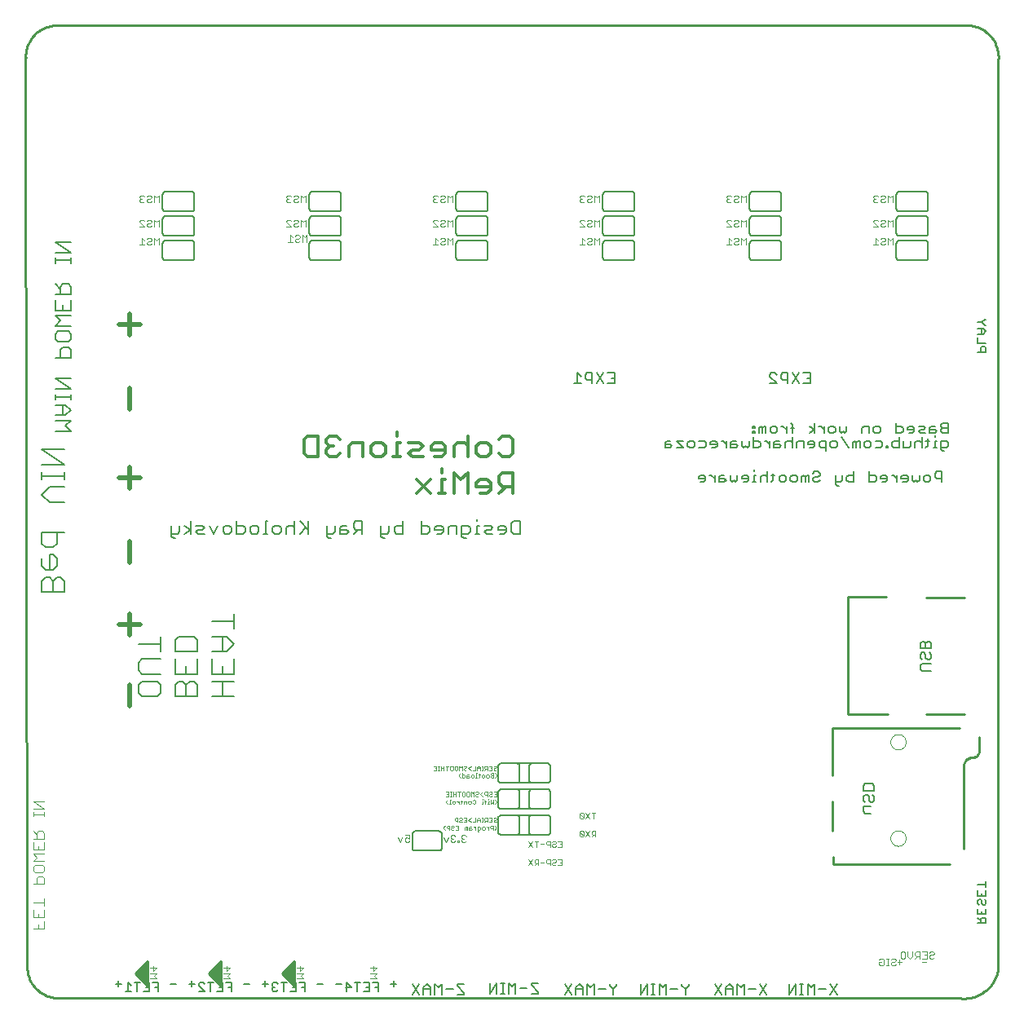
<source format=gbo>
G75*
G70*
%OFA0B0*%
%FSLAX24Y24*%
%IPPOS*%
%LPD*%
%AMOC8*
5,1,8,0,0,1.08239X$1,22.5*
%
%ADD10C,0.0100*%
%ADD11C,0.0030*%
%ADD12C,0.0080*%
%ADD13C,0.0055*%
%ADD14C,0.0070*%
%ADD15C,0.0050*%
%ADD16C,0.0140*%
%ADD17C,0.0040*%
%ADD18C,0.0200*%
%ADD19C,0.0060*%
%ADD20C,0.0000*%
D10*
X002393Y001821D02*
X002330Y038999D01*
X002331Y038998D02*
X002328Y039067D01*
X002329Y039135D01*
X002334Y039203D01*
X002343Y039271D01*
X002355Y039339D01*
X002371Y039405D01*
X002390Y039471D01*
X002413Y039535D01*
X002440Y039599D01*
X002470Y039660D01*
X002503Y039720D01*
X002539Y039778D01*
X002578Y039834D01*
X002621Y039888D01*
X002666Y039939D01*
X002714Y039988D01*
X002764Y040034D01*
X002817Y040078D01*
X002873Y040118D01*
X002930Y040156D01*
X002989Y040190D01*
X003050Y040221D01*
X003113Y040249D01*
X003177Y040273D01*
X003242Y040294D01*
X003308Y040311D01*
X003375Y040324D01*
X003443Y040334D01*
X003511Y040340D01*
X003511Y040341D02*
X040913Y040341D01*
X040983Y040333D01*
X041052Y040321D01*
X041121Y040306D01*
X041188Y040287D01*
X041255Y040264D01*
X041320Y040238D01*
X041384Y040208D01*
X041446Y040175D01*
X041506Y040138D01*
X041564Y040098D01*
X041619Y040056D01*
X041673Y040010D01*
X041724Y039961D01*
X041772Y039910D01*
X041817Y039856D01*
X041859Y039800D01*
X041898Y039741D01*
X041934Y039681D01*
X041967Y039619D01*
X041996Y039555D01*
X042022Y039489D01*
X042044Y039423D01*
X042062Y039355D01*
X042077Y039286D01*
X042088Y039217D01*
X042095Y039147D01*
X042099Y039077D01*
X042098Y039006D01*
X042094Y038936D01*
X042094Y001759D01*
X042095Y001759D02*
X042081Y001685D01*
X042063Y001613D01*
X042042Y001541D01*
X042016Y001471D01*
X041988Y001402D01*
X041955Y001334D01*
X041919Y001269D01*
X041880Y001205D01*
X041837Y001144D01*
X041792Y001085D01*
X041743Y001028D01*
X041691Y000974D01*
X041637Y000923D01*
X041580Y000874D01*
X041520Y000829D01*
X041459Y000787D01*
X041395Y000748D01*
X041329Y000712D01*
X041261Y000680D01*
X041192Y000652D01*
X041122Y000627D01*
X041050Y000606D01*
X040977Y000589D01*
X040904Y000576D01*
X040829Y000566D01*
X040755Y000561D01*
X040680Y000559D01*
X040605Y000561D01*
X040531Y000567D01*
X040457Y000577D01*
X040456Y000578D02*
X003699Y000578D01*
X003698Y000577D02*
X003629Y000578D01*
X003560Y000581D01*
X003492Y000589D01*
X003424Y000600D01*
X003356Y000615D01*
X003290Y000634D01*
X003224Y000656D01*
X003160Y000682D01*
X003098Y000711D01*
X003037Y000744D01*
X002978Y000779D01*
X002921Y000818D01*
X002866Y000860D01*
X002813Y000905D01*
X002763Y000953D01*
X002716Y001003D01*
X002671Y001056D01*
X002630Y001111D01*
X002591Y001168D01*
X002555Y001227D01*
X002523Y001288D01*
X002494Y001351D01*
X002469Y001415D01*
X002447Y001481D01*
X002429Y001547D01*
X002414Y001615D01*
X002403Y001683D01*
X002396Y001752D01*
X002392Y001821D01*
X006830Y001578D02*
X007330Y001078D01*
X007330Y002078D01*
X006830Y001578D01*
X006845Y001563D02*
X007330Y001563D01*
X007330Y001661D02*
X006914Y001661D01*
X007012Y001760D02*
X007330Y001760D01*
X007330Y001858D02*
X007111Y001858D01*
X007209Y001957D02*
X007330Y001957D01*
X007330Y002055D02*
X007308Y002055D01*
X007330Y001464D02*
X006943Y001464D01*
X007042Y001366D02*
X007330Y001366D01*
X007330Y001267D02*
X007140Y001267D01*
X007239Y001169D02*
X007330Y001169D01*
X009830Y001578D02*
X010330Y001078D01*
X010330Y002078D01*
X009830Y001578D01*
X009845Y001563D02*
X010330Y001563D01*
X010330Y001661D02*
X009914Y001661D01*
X010012Y001760D02*
X010330Y001760D01*
X010330Y001858D02*
X010111Y001858D01*
X010209Y001957D02*
X010330Y001957D01*
X010330Y002055D02*
X010308Y002055D01*
X010330Y001464D02*
X009943Y001464D01*
X010042Y001366D02*
X010330Y001366D01*
X010330Y001267D02*
X010140Y001267D01*
X010239Y001169D02*
X010330Y001169D01*
X012830Y001578D02*
X013330Y001078D01*
X013330Y002078D01*
X012830Y001578D01*
X012845Y001563D02*
X013330Y001563D01*
X013330Y001661D02*
X012914Y001661D01*
X013012Y001760D02*
X013330Y001760D01*
X013330Y001858D02*
X013111Y001858D01*
X013209Y001957D02*
X013330Y001957D01*
X013330Y002055D02*
X013308Y002055D01*
X013330Y001464D02*
X012943Y001464D01*
X013042Y001366D02*
X013330Y001366D01*
X013330Y001267D02*
X013140Y001267D01*
X013239Y001169D02*
X013330Y001169D01*
X035361Y006046D02*
X040125Y006046D01*
X040676Y006675D02*
X040676Y010061D01*
X040681Y010099D01*
X040690Y010137D01*
X040703Y010174D01*
X040719Y010209D01*
X040739Y010243D01*
X040762Y010274D01*
X040788Y010303D01*
X040817Y010329D01*
X040849Y010352D01*
X040882Y010371D01*
X040918Y010388D01*
X040954Y010400D01*
X040992Y010409D01*
X041031Y010414D01*
X041070Y010415D01*
X041070Y010416D02*
X041098Y010418D01*
X041126Y010423D01*
X041154Y010431D01*
X041180Y010443D01*
X041204Y010458D01*
X041226Y010475D01*
X041247Y010496D01*
X041264Y010518D01*
X041279Y010542D01*
X041291Y010568D01*
X041299Y010596D01*
X041304Y010624D01*
X041306Y010652D01*
X041306Y011242D01*
X040519Y011597D02*
X035322Y011597D01*
X035322Y009668D01*
X035322Y008605D02*
X035322Y007423D01*
X035361Y006360D02*
X035361Y006046D01*
X035952Y012187D02*
X037566Y012187D01*
X035952Y012187D02*
X035952Y016990D01*
X037527Y016990D01*
X039141Y016951D02*
X040716Y016951D01*
X040716Y012187D02*
X039141Y012187D01*
D11*
X039177Y002476D02*
X038983Y002476D01*
X038882Y002476D02*
X038737Y002476D01*
X038688Y002428D01*
X038688Y002331D01*
X038737Y002283D01*
X038882Y002283D01*
X038882Y002186D02*
X038882Y002476D01*
X038785Y002283D02*
X038688Y002186D01*
X038587Y002283D02*
X038587Y002476D01*
X038587Y002283D02*
X038491Y002186D01*
X038394Y002283D01*
X038394Y002476D01*
X038293Y002428D02*
X038244Y002476D01*
X038148Y002476D01*
X038099Y002428D01*
X038099Y002235D01*
X038148Y002186D01*
X038244Y002186D01*
X038293Y002235D01*
X038293Y002428D01*
X038062Y002147D02*
X038062Y001953D01*
X038159Y002050D02*
X037965Y002050D01*
X037909Y002098D02*
X037860Y002050D01*
X037764Y002050D01*
X037715Y002002D01*
X037715Y001953D01*
X037764Y001905D01*
X037860Y001905D01*
X037909Y001953D01*
X037909Y002098D02*
X037909Y002147D01*
X037860Y002195D01*
X037764Y002195D01*
X037715Y002147D01*
X037614Y002195D02*
X037517Y002195D01*
X037566Y002195D02*
X037566Y001905D01*
X037614Y001905D02*
X037517Y001905D01*
X037418Y001953D02*
X037369Y001905D01*
X037273Y001905D01*
X037224Y001953D01*
X037224Y002050D01*
X037321Y002050D01*
X037418Y002147D02*
X037418Y001953D01*
X037418Y002147D02*
X037369Y002195D01*
X037273Y002195D01*
X037224Y002147D01*
X038965Y002050D02*
X039159Y002050D01*
X039177Y002186D02*
X038983Y002186D01*
X039080Y002331D02*
X039177Y002331D01*
X039278Y002283D02*
X039278Y002235D01*
X039326Y002186D01*
X039423Y002186D01*
X039471Y002235D01*
X039423Y002331D02*
X039326Y002331D01*
X039278Y002283D01*
X039177Y002186D02*
X039177Y002476D01*
X039278Y002428D02*
X039326Y002476D01*
X039423Y002476D01*
X039471Y002428D01*
X039471Y002380D01*
X039423Y002331D01*
X025618Y007167D02*
X025618Y007397D01*
X025503Y007397D01*
X025465Y007358D01*
X025465Y007282D01*
X025503Y007243D01*
X025618Y007243D01*
X025542Y007243D02*
X025465Y007167D01*
X025379Y007167D02*
X025226Y007397D01*
X025140Y007358D02*
X025101Y007397D01*
X025024Y007397D01*
X024986Y007358D01*
X025140Y007205D01*
X025101Y007167D01*
X025024Y007167D01*
X024986Y007205D01*
X024986Y007358D01*
X025140Y007358D02*
X025140Y007205D01*
X025226Y007167D02*
X025379Y007397D01*
X025379Y007917D02*
X025226Y008147D01*
X025140Y008108D02*
X025101Y008147D01*
X025024Y008147D01*
X024986Y008108D01*
X025140Y007955D01*
X025101Y007917D01*
X025024Y007917D01*
X024986Y007955D01*
X024986Y008108D01*
X025140Y008108D02*
X025140Y007955D01*
X025226Y007917D02*
X025379Y008147D01*
X025465Y008147D02*
X025618Y008147D01*
X025542Y008147D02*
X025542Y007917D01*
X024243Y006991D02*
X024243Y006760D01*
X024090Y006760D01*
X024004Y006799D02*
X023966Y006760D01*
X023889Y006760D01*
X023851Y006799D01*
X023851Y006837D01*
X023889Y006875D01*
X023966Y006875D01*
X024004Y006914D01*
X024004Y006952D01*
X023966Y006991D01*
X023889Y006991D01*
X023851Y006952D01*
X023765Y006991D02*
X023649Y006991D01*
X023611Y006952D01*
X023611Y006875D01*
X023649Y006837D01*
X023765Y006837D01*
X023765Y006760D02*
X023765Y006991D01*
X023525Y006875D02*
X023372Y006875D01*
X023286Y006991D02*
X023132Y006991D01*
X023209Y006991D02*
X023209Y006760D01*
X023046Y006760D02*
X022893Y006991D01*
X023046Y006991D02*
X022893Y006760D01*
X022893Y006241D02*
X023046Y006010D01*
X023132Y006010D02*
X023209Y006087D01*
X023171Y006087D02*
X023286Y006087D01*
X023286Y006010D02*
X023286Y006241D01*
X023171Y006241D01*
X023132Y006202D01*
X023132Y006125D01*
X023171Y006087D01*
X023046Y006241D02*
X022893Y006010D01*
X023372Y006125D02*
X023525Y006125D01*
X023611Y006125D02*
X023649Y006087D01*
X023765Y006087D01*
X023765Y006010D02*
X023765Y006241D01*
X023649Y006241D01*
X023611Y006202D01*
X023611Y006125D01*
X023851Y006087D02*
X023889Y006125D01*
X023966Y006125D01*
X024004Y006164D01*
X024004Y006202D01*
X023966Y006241D01*
X023889Y006241D01*
X023851Y006202D01*
X023851Y006087D02*
X023851Y006049D01*
X023889Y006010D01*
X023966Y006010D01*
X024004Y006049D01*
X024090Y006010D02*
X024243Y006010D01*
X024243Y006241D01*
X024090Y006241D01*
X024167Y006125D02*
X024243Y006125D01*
X024243Y006875D02*
X024167Y006875D01*
X024243Y006991D02*
X024090Y006991D01*
X021559Y007505D02*
X021559Y007562D01*
X021502Y007618D01*
X021436Y007618D02*
X021351Y007618D01*
X021323Y007590D01*
X021323Y007533D01*
X021351Y007505D01*
X021436Y007505D01*
X021436Y007448D02*
X021436Y007618D01*
X021395Y007763D02*
X021281Y007763D01*
X021210Y007763D02*
X021210Y007933D01*
X021125Y007933D01*
X021097Y007905D01*
X021097Y007848D01*
X021125Y007820D01*
X021210Y007820D01*
X021154Y007820D02*
X021097Y007763D01*
X021026Y007763D02*
X020970Y007763D01*
X020998Y007763D02*
X020998Y007933D01*
X021026Y007933D02*
X020970Y007933D01*
X020904Y007877D02*
X020847Y007933D01*
X020790Y007877D01*
X020790Y007763D01*
X020719Y007763D02*
X020606Y007763D01*
X020535Y007763D02*
X020422Y007848D01*
X020535Y007933D01*
X020351Y007933D02*
X020351Y007763D01*
X020238Y007763D01*
X020167Y007792D02*
X020139Y007763D01*
X020082Y007763D01*
X020053Y007792D01*
X020053Y007820D01*
X020082Y007848D01*
X020139Y007848D01*
X020167Y007877D01*
X020167Y007905D01*
X020139Y007933D01*
X020082Y007933D01*
X020053Y007905D01*
X019983Y007933D02*
X019898Y007933D01*
X019869Y007905D01*
X019869Y007848D01*
X019898Y007820D01*
X019983Y007820D01*
X019983Y007763D02*
X019983Y007933D01*
X020238Y007933D02*
X020351Y007933D01*
X020351Y007848D02*
X020294Y007848D01*
X020308Y007562D02*
X020279Y007533D01*
X020279Y007448D01*
X020336Y007448D02*
X020336Y007533D01*
X020308Y007562D01*
X020336Y007533D02*
X020364Y007562D01*
X020393Y007562D01*
X020393Y007448D01*
X020463Y007448D02*
X020549Y007448D01*
X020577Y007477D01*
X020549Y007505D01*
X020463Y007505D01*
X020463Y007533D02*
X020463Y007448D01*
X020463Y007533D02*
X020492Y007562D01*
X020549Y007562D01*
X020645Y007562D02*
X020674Y007562D01*
X020730Y007505D01*
X020730Y007448D02*
X020730Y007562D01*
X020801Y007562D02*
X020886Y007562D01*
X020915Y007533D01*
X020915Y007477D01*
X020886Y007448D01*
X020801Y007448D01*
X020801Y007420D02*
X020801Y007562D01*
X020801Y007420D02*
X020829Y007392D01*
X020858Y007392D01*
X020985Y007477D02*
X020985Y007533D01*
X021014Y007562D01*
X021070Y007562D01*
X021099Y007533D01*
X021099Y007477D01*
X021070Y007448D01*
X021014Y007448D01*
X020985Y007477D01*
X021167Y007562D02*
X021195Y007562D01*
X021252Y007505D01*
X021252Y007448D02*
X021252Y007562D01*
X021395Y007763D02*
X021395Y007933D01*
X021281Y007933D01*
X021338Y007848D02*
X021395Y007848D01*
X021465Y007820D02*
X021465Y007792D01*
X021494Y007763D01*
X021550Y007763D01*
X021579Y007792D01*
X021550Y007848D02*
X021494Y007848D01*
X021465Y007820D01*
X021465Y007905D02*
X021494Y007933D01*
X021550Y007933D01*
X021579Y007905D01*
X021579Y007877D01*
X021550Y007848D01*
X021559Y007505D02*
X021502Y007448D01*
X020904Y007763D02*
X020904Y007877D01*
X020904Y007848D02*
X020790Y007848D01*
X020719Y007933D02*
X020719Y007763D01*
X020024Y007618D02*
X020024Y007448D01*
X019911Y007448D01*
X019840Y007477D02*
X019812Y007448D01*
X019755Y007448D01*
X019727Y007477D01*
X019727Y007505D01*
X019755Y007533D01*
X019812Y007533D01*
X019840Y007562D01*
X019840Y007590D01*
X019812Y007618D01*
X019755Y007618D01*
X019727Y007590D01*
X019656Y007618D02*
X019571Y007618D01*
X019543Y007590D01*
X019543Y007533D01*
X019571Y007505D01*
X019656Y007505D01*
X019656Y007448D02*
X019656Y007618D01*
X019472Y007618D02*
X019415Y007562D01*
X019415Y007505D01*
X019472Y007448D01*
X019911Y007618D02*
X020024Y007618D01*
X020024Y007533D02*
X019968Y007533D01*
X020044Y008511D02*
X020044Y008625D01*
X019987Y008625D02*
X019959Y008625D01*
X019987Y008625D02*
X020044Y008568D01*
X020110Y008511D02*
X020139Y008540D01*
X020139Y008653D01*
X020167Y008625D02*
X020110Y008625D01*
X020238Y008596D02*
X020238Y008511D01*
X020238Y008596D02*
X020266Y008625D01*
X020351Y008625D01*
X020351Y008511D01*
X020422Y008540D02*
X020422Y008596D01*
X020450Y008625D01*
X020507Y008625D01*
X020535Y008596D01*
X020535Y008540D01*
X020507Y008511D01*
X020450Y008511D01*
X020422Y008540D01*
X020606Y008540D02*
X020634Y008511D01*
X020691Y008511D01*
X020719Y008540D01*
X020719Y008653D01*
X020691Y008681D01*
X020634Y008681D01*
X020606Y008653D01*
X020658Y008826D02*
X020658Y008996D01*
X020601Y008940D01*
X020545Y008996D01*
X020545Y008826D01*
X020474Y008855D02*
X020445Y008826D01*
X020389Y008826D01*
X020360Y008855D01*
X020360Y008968D01*
X020389Y008996D01*
X020445Y008996D01*
X020474Y008968D01*
X020474Y008855D01*
X020290Y008855D02*
X020290Y008968D01*
X020261Y008996D01*
X020205Y008996D01*
X020176Y008968D01*
X020176Y008855D01*
X020205Y008826D01*
X020261Y008826D01*
X020290Y008855D01*
X020106Y008996D02*
X019992Y008996D01*
X020049Y008996D02*
X020049Y008826D01*
X019921Y008826D02*
X019921Y008996D01*
X019921Y008911D02*
X019808Y008911D01*
X019808Y008996D02*
X019808Y008826D01*
X019737Y008826D02*
X019680Y008826D01*
X019709Y008826D02*
X019709Y008996D01*
X019737Y008996D02*
X019680Y008996D01*
X019614Y008996D02*
X019614Y008826D01*
X019501Y008826D01*
X019558Y008911D02*
X019614Y008911D01*
X019614Y008996D02*
X019501Y008996D01*
X019584Y008681D02*
X019527Y008625D01*
X019527Y008568D01*
X019584Y008511D01*
X019650Y008511D02*
X019707Y008511D01*
X019678Y008511D02*
X019678Y008681D01*
X019707Y008681D01*
X019777Y008596D02*
X019806Y008625D01*
X019862Y008625D01*
X019891Y008596D01*
X019891Y008540D01*
X019862Y008511D01*
X019806Y008511D01*
X019777Y008540D01*
X019777Y008596D01*
X020729Y008855D02*
X020757Y008826D01*
X020814Y008826D01*
X020842Y008855D01*
X020814Y008911D02*
X020757Y008911D01*
X020729Y008883D01*
X020729Y008855D01*
X020814Y008911D02*
X020842Y008940D01*
X020842Y008968D01*
X020814Y008996D01*
X020757Y008996D01*
X020729Y008968D01*
X020913Y008911D02*
X021026Y008826D01*
X021097Y008911D02*
X021125Y008883D01*
X021210Y008883D01*
X021210Y008826D02*
X021210Y008996D01*
X021125Y008996D01*
X021097Y008968D01*
X021097Y008911D01*
X021026Y008996D02*
X020913Y008911D01*
X020998Y008710D02*
X020998Y008681D01*
X020998Y008625D02*
X020998Y008511D01*
X021026Y008511D02*
X020970Y008511D01*
X020998Y008625D02*
X021026Y008625D01*
X021092Y008596D02*
X021149Y008596D01*
X021121Y008653D02*
X021092Y008681D01*
X021121Y008653D02*
X021121Y008511D01*
X021215Y008511D02*
X021272Y008511D01*
X021243Y008511D02*
X021243Y008625D01*
X021272Y008625D01*
X021243Y008681D02*
X021243Y008710D01*
X021343Y008681D02*
X021343Y008511D01*
X021399Y008568D01*
X021456Y008511D01*
X021456Y008681D01*
X021522Y008681D02*
X021579Y008625D01*
X021579Y008568D01*
X021522Y008511D01*
X021579Y008826D02*
X021465Y008826D01*
X021395Y008855D02*
X021366Y008826D01*
X021310Y008826D01*
X021281Y008855D01*
X021281Y008883D01*
X021310Y008911D01*
X021366Y008911D01*
X021395Y008940D01*
X021395Y008968D01*
X021366Y008996D01*
X021310Y008996D01*
X021281Y008968D01*
X021465Y008996D02*
X021579Y008996D01*
X021579Y008826D01*
X021579Y008911D02*
X021522Y008911D01*
X021522Y009594D02*
X021579Y009651D01*
X021579Y009707D01*
X021522Y009764D01*
X021456Y009764D02*
X021371Y009764D01*
X021343Y009736D01*
X021343Y009707D01*
X021371Y009679D01*
X021456Y009679D01*
X021456Y009594D02*
X021371Y009594D01*
X021343Y009622D01*
X021343Y009651D01*
X021371Y009679D01*
X021272Y009679D02*
X021272Y009622D01*
X021243Y009594D01*
X021187Y009594D01*
X021158Y009622D01*
X021158Y009679D01*
X021187Y009707D01*
X021243Y009707D01*
X021272Y009679D01*
X021088Y009679D02*
X021088Y009622D01*
X021059Y009594D01*
X021003Y009594D01*
X020974Y009622D01*
X020974Y009679D01*
X021003Y009707D01*
X021059Y009707D01*
X021088Y009679D01*
X020904Y009707D02*
X020847Y009707D01*
X020875Y009736D02*
X020875Y009622D01*
X020847Y009594D01*
X020781Y009594D02*
X020724Y009594D01*
X020752Y009594D02*
X020752Y009764D01*
X020781Y009764D01*
X020790Y009889D02*
X020790Y010003D01*
X020847Y010059D01*
X020904Y010003D01*
X020904Y009889D01*
X020970Y009889D02*
X021026Y009889D01*
X020998Y009889D02*
X020998Y010059D01*
X021026Y010059D02*
X020970Y010059D01*
X020904Y009974D02*
X020790Y009974D01*
X020719Y009889D02*
X020606Y009889D01*
X020535Y009889D02*
X020422Y009974D01*
X020535Y010059D01*
X020719Y010059D02*
X020719Y009889D01*
X020630Y009707D02*
X020658Y009679D01*
X020658Y009622D01*
X020630Y009594D01*
X020573Y009594D01*
X020545Y009622D01*
X020545Y009679D01*
X020573Y009707D01*
X020630Y009707D01*
X020474Y009622D02*
X020445Y009651D01*
X020360Y009651D01*
X020360Y009679D02*
X020360Y009594D01*
X020445Y009594D01*
X020474Y009622D01*
X020445Y009707D02*
X020389Y009707D01*
X020360Y009679D01*
X020290Y009679D02*
X020261Y009707D01*
X020176Y009707D01*
X020176Y009764D02*
X020176Y009594D01*
X020261Y009594D01*
X020290Y009622D01*
X020290Y009679D01*
X020106Y009594D02*
X020049Y009651D01*
X020049Y009707D01*
X020106Y009764D01*
X020053Y009889D02*
X020053Y010059D01*
X020110Y010003D01*
X020167Y010059D01*
X020167Y009889D01*
X020238Y009918D02*
X020266Y009889D01*
X020323Y009889D01*
X020351Y009918D01*
X020323Y009974D02*
X020266Y009974D01*
X020238Y009946D01*
X020238Y009918D01*
X020323Y009974D02*
X020351Y010003D01*
X020351Y010031D01*
X020323Y010059D01*
X020266Y010059D01*
X020238Y010031D01*
X019983Y010031D02*
X019983Y009918D01*
X019954Y009889D01*
X019898Y009889D01*
X019869Y009918D01*
X019869Y010031D01*
X019898Y010059D01*
X019954Y010059D01*
X019983Y010031D01*
X019799Y010031D02*
X019799Y009918D01*
X019770Y009889D01*
X019714Y009889D01*
X019685Y009918D01*
X019685Y010031D01*
X019714Y010059D01*
X019770Y010059D01*
X019799Y010031D01*
X019614Y010059D02*
X019501Y010059D01*
X019558Y010059D02*
X019558Y009889D01*
X019430Y009889D02*
X019430Y010059D01*
X019430Y009974D02*
X019317Y009974D01*
X019317Y010059D02*
X019317Y009889D01*
X019246Y009889D02*
X019189Y009889D01*
X019218Y009889D02*
X019218Y010059D01*
X019246Y010059D02*
X019189Y010059D01*
X019123Y010059D02*
X019123Y009889D01*
X019010Y009889D01*
X019067Y009974D02*
X019123Y009974D01*
X019123Y010059D02*
X019010Y010059D01*
X021097Y010031D02*
X021097Y009974D01*
X021125Y009946D01*
X021210Y009946D01*
X021154Y009946D02*
X021097Y009889D01*
X021210Y009889D02*
X021210Y010059D01*
X021125Y010059D01*
X021097Y010031D01*
X021281Y010059D02*
X021395Y010059D01*
X021395Y009889D01*
X021281Y009889D01*
X021338Y009974D02*
X021395Y009974D01*
X021465Y009946D02*
X021465Y009918D01*
X021494Y009889D01*
X021550Y009889D01*
X021579Y009918D01*
X021550Y009974D02*
X021494Y009974D01*
X021465Y009946D01*
X021465Y010031D02*
X021494Y010059D01*
X021550Y010059D01*
X021579Y010031D01*
X021579Y010003D01*
X021550Y009974D01*
X021456Y009764D02*
X021456Y009594D01*
X016690Y001818D02*
X016400Y001818D01*
X016545Y001866D02*
X016545Y001673D01*
X016690Y001818D01*
X016690Y001572D02*
X016400Y001572D01*
X016400Y001378D02*
X016690Y001378D01*
X016593Y001475D01*
X016690Y001572D01*
X013690Y001572D02*
X013400Y001572D01*
X013545Y001673D02*
X013545Y001866D01*
X013400Y001818D02*
X013690Y001818D01*
X013545Y001673D01*
X013690Y001572D02*
X013593Y001475D01*
X013690Y001378D01*
X013400Y001378D01*
X010690Y001378D02*
X010593Y001475D01*
X010690Y001572D01*
X010400Y001572D01*
X010545Y001673D02*
X010545Y001866D01*
X010400Y001818D02*
X010690Y001818D01*
X010545Y001673D01*
X010400Y001378D02*
X010690Y001378D01*
X007690Y001378D02*
X007593Y001475D01*
X007690Y001572D01*
X007400Y001572D01*
X007545Y001673D02*
X007545Y001866D01*
X007400Y001818D02*
X007690Y001818D01*
X007545Y001673D01*
X007400Y001378D02*
X007690Y001378D01*
D12*
X007700Y012903D02*
X007086Y012903D01*
X006933Y013057D01*
X006933Y013363D01*
X007086Y013517D01*
X007700Y013517D01*
X007853Y013363D01*
X007853Y013057D01*
X007700Y012903D01*
X008433Y012903D02*
X008433Y013363D01*
X008586Y013517D01*
X008739Y013517D01*
X008893Y013363D01*
X008893Y012903D01*
X009353Y012903D02*
X009353Y013363D01*
X009200Y013517D01*
X009046Y013517D01*
X008893Y013363D01*
X008893Y013824D02*
X008893Y014131D01*
X009353Y014438D02*
X009353Y013824D01*
X008433Y013824D01*
X008433Y014438D01*
X008433Y014745D02*
X008433Y015205D01*
X008586Y015359D01*
X009200Y015359D01*
X009353Y015205D01*
X009353Y014745D01*
X008433Y014745D01*
X007853Y014745D02*
X007853Y015359D01*
X007853Y015052D02*
X006933Y015052D01*
X007086Y014438D02*
X007853Y014438D01*
X007853Y013824D02*
X007086Y013824D01*
X006933Y013977D01*
X006933Y014284D01*
X007086Y014438D01*
X008433Y012903D02*
X009353Y012903D01*
X009933Y012903D02*
X010853Y012903D01*
X010393Y012903D02*
X010393Y013517D01*
X010393Y013824D02*
X010393Y014131D01*
X010853Y014438D02*
X010853Y013824D01*
X009933Y013824D01*
X009933Y014438D01*
X009933Y014745D02*
X010546Y014745D01*
X010853Y015052D01*
X010546Y015359D01*
X009933Y015359D01*
X010393Y015359D02*
X010393Y014745D01*
X010853Y015665D02*
X010853Y016279D01*
X010853Y015972D02*
X009933Y015972D01*
X009933Y013517D02*
X010853Y013517D01*
X010954Y019543D02*
X011214Y019543D01*
X011301Y019630D01*
X011301Y019803D01*
X011214Y019890D01*
X010954Y019890D01*
X010954Y020064D02*
X010954Y019543D01*
X010748Y019630D02*
X010661Y019543D01*
X010488Y019543D01*
X010401Y019630D01*
X010401Y019803D01*
X010488Y019890D01*
X010661Y019890D01*
X010748Y019803D01*
X010748Y019630D01*
X011506Y019630D02*
X011506Y019803D01*
X011593Y019890D01*
X011766Y019890D01*
X011853Y019803D01*
X011853Y019630D01*
X011766Y019543D01*
X011593Y019543D01*
X011506Y019630D01*
X012048Y019543D02*
X012221Y019543D01*
X012135Y019543D02*
X012135Y020064D01*
X012221Y020064D01*
X012427Y019803D02*
X012514Y019890D01*
X012687Y019890D01*
X012774Y019803D01*
X012774Y019630D01*
X012687Y019543D01*
X012514Y019543D01*
X012427Y019630D01*
X012427Y019803D01*
X012979Y019803D02*
X012979Y019543D01*
X012979Y019803D02*
X013066Y019890D01*
X013239Y019890D01*
X013326Y019803D01*
X013326Y019543D02*
X013326Y020064D01*
X013532Y020064D02*
X013879Y019717D01*
X013792Y019803D02*
X013532Y019543D01*
X013879Y019543D02*
X013879Y020064D01*
X014637Y019890D02*
X014637Y019456D01*
X014723Y019370D01*
X014810Y019370D01*
X014897Y019543D02*
X014637Y019543D01*
X014897Y019543D02*
X014984Y019630D01*
X014984Y019890D01*
X015189Y019803D02*
X015189Y019543D01*
X015449Y019543D01*
X015536Y019630D01*
X015449Y019717D01*
X015189Y019717D01*
X015189Y019803D02*
X015276Y019890D01*
X015449Y019890D01*
X015742Y019977D02*
X015742Y019803D01*
X015828Y019717D01*
X016089Y019717D01*
X016089Y019543D02*
X016089Y020064D01*
X015828Y020064D01*
X015742Y019977D01*
X015915Y019717D02*
X015742Y019543D01*
X016847Y019543D02*
X017107Y019543D01*
X017194Y019630D01*
X017194Y019890D01*
X017399Y019803D02*
X017486Y019890D01*
X017746Y019890D01*
X017746Y020064D02*
X017746Y019543D01*
X017486Y019543D01*
X017399Y019630D01*
X017399Y019803D01*
X017020Y019370D02*
X016933Y019370D01*
X016847Y019456D01*
X016847Y019890D01*
X018504Y019890D02*
X018764Y019890D01*
X018851Y019803D01*
X018851Y019630D01*
X018764Y019543D01*
X018504Y019543D01*
X018504Y020064D01*
X019056Y019803D02*
X019056Y019717D01*
X019403Y019717D01*
X019403Y019803D02*
X019317Y019890D01*
X019143Y019890D01*
X019056Y019803D01*
X019143Y019543D02*
X019317Y019543D01*
X019403Y019630D01*
X019403Y019803D01*
X019609Y019803D02*
X019609Y019543D01*
X019609Y019803D02*
X019696Y019890D01*
X019956Y019890D01*
X019956Y019543D01*
X020161Y019543D02*
X020422Y019543D01*
X020508Y019630D01*
X020508Y019803D01*
X020422Y019890D01*
X020161Y019890D01*
X020161Y019456D01*
X020248Y019370D01*
X020335Y019370D01*
X020703Y019543D02*
X020877Y019543D01*
X020790Y019543D02*
X020790Y019890D01*
X020877Y019890D01*
X020790Y020064D02*
X020790Y020150D01*
X021082Y019890D02*
X021342Y019890D01*
X021429Y019803D01*
X021342Y019717D01*
X021169Y019717D01*
X021082Y019630D01*
X021169Y019543D01*
X021429Y019543D01*
X021635Y019717D02*
X021982Y019717D01*
X021982Y019803D02*
X021895Y019890D01*
X021721Y019890D01*
X021635Y019803D01*
X021635Y019717D01*
X021721Y019543D02*
X021895Y019543D01*
X021982Y019630D01*
X021982Y019803D01*
X022187Y019630D02*
X022187Y019977D01*
X022274Y020064D01*
X022534Y020064D01*
X022534Y019543D01*
X022274Y019543D01*
X022187Y019630D01*
X022125Y010170D02*
X023346Y010170D01*
X023346Y009382D02*
X022007Y009382D01*
X022165Y009107D02*
X023188Y009107D01*
X023306Y008319D02*
X022283Y008319D01*
X010022Y019543D02*
X009849Y019890D01*
X009643Y019803D02*
X009556Y019890D01*
X009296Y019890D01*
X009383Y019717D02*
X009296Y019630D01*
X009383Y019543D01*
X009643Y019543D01*
X009556Y019717D02*
X009643Y019803D01*
X009556Y019717D02*
X009383Y019717D01*
X009091Y019717D02*
X008830Y019890D01*
X008630Y019890D02*
X008630Y019630D01*
X008543Y019543D01*
X008283Y019543D01*
X008283Y019456D02*
X008370Y019370D01*
X008457Y019370D01*
X008283Y019456D02*
X008283Y019890D01*
X008830Y019543D02*
X009091Y019717D01*
X009091Y019543D02*
X009091Y020064D01*
X010022Y019543D02*
X010196Y019890D01*
X003916Y019622D02*
X002995Y019622D01*
X002995Y019161D01*
X003148Y019008D01*
X003455Y019008D01*
X003609Y019161D01*
X003609Y019622D01*
X003455Y018701D02*
X003302Y018701D01*
X003302Y018087D01*
X003455Y018087D02*
X003609Y018241D01*
X003609Y018548D01*
X003455Y018701D01*
X002995Y018548D02*
X002995Y018241D01*
X003148Y018087D01*
X003455Y018087D01*
X003302Y017780D02*
X003148Y017780D01*
X002995Y017627D01*
X002995Y017166D01*
X003916Y017166D01*
X003916Y017627D01*
X003762Y017780D01*
X003609Y017780D01*
X003455Y017627D01*
X003455Y017166D01*
X003455Y017627D02*
X003302Y017780D01*
X003302Y020850D02*
X002995Y021156D01*
X003302Y021463D01*
X003916Y021463D01*
X003916Y021770D02*
X003916Y022077D01*
X003916Y021924D02*
X002995Y021924D01*
X002995Y022077D02*
X002995Y021770D01*
X002995Y022384D02*
X003916Y022384D01*
X002995Y022998D01*
X003916Y022998D01*
X003916Y020850D02*
X003302Y020850D01*
D13*
X022165Y008044D02*
X023188Y008044D01*
X023385Y007256D02*
X022086Y007256D01*
D14*
X022077Y001183D02*
X022077Y000753D01*
X021903Y000753D02*
X021760Y000753D01*
X021832Y000753D02*
X021832Y001183D01*
X021903Y001183D02*
X021760Y001183D01*
X021596Y001183D02*
X021310Y000753D01*
X021310Y001183D01*
X021596Y001183D02*
X021596Y000753D01*
X022077Y001183D02*
X022220Y001040D01*
X022364Y001183D01*
X022364Y000753D01*
X022537Y000968D02*
X022824Y000968D01*
X022998Y001112D02*
X023285Y000825D01*
X023285Y000753D01*
X022998Y000753D01*
X022998Y001112D02*
X022998Y001183D01*
X023285Y001183D01*
X024365Y001152D02*
X024652Y000722D01*
X024826Y000722D02*
X024826Y001009D01*
X024969Y001152D01*
X025112Y001009D01*
X025112Y000722D01*
X025286Y000722D02*
X025286Y001152D01*
X025429Y001009D01*
X025573Y001152D01*
X025573Y000722D01*
X025746Y000937D02*
X026033Y000937D01*
X026207Y001080D02*
X026207Y001152D01*
X026207Y001080D02*
X026350Y000937D01*
X026350Y000722D01*
X026350Y000937D02*
X026494Y001080D01*
X026494Y001152D01*
X027468Y001152D02*
X027468Y000722D01*
X027755Y001152D01*
X027755Y000722D01*
X027918Y000722D02*
X028061Y000722D01*
X027990Y000722D02*
X027990Y001152D01*
X028061Y001152D02*
X027918Y001152D01*
X028235Y001152D02*
X028235Y000722D01*
X028522Y000722D02*
X028522Y001152D01*
X028378Y001009D01*
X028235Y001152D01*
X028695Y000937D02*
X028982Y000937D01*
X029156Y001080D02*
X029156Y001152D01*
X029156Y001080D02*
X029299Y000937D01*
X029299Y000722D01*
X029299Y000937D02*
X029443Y001080D01*
X029443Y001152D01*
X030501Y001152D02*
X030788Y000722D01*
X030961Y000722D02*
X030961Y001009D01*
X031105Y001152D01*
X031248Y001009D01*
X031248Y000722D01*
X031422Y000722D02*
X031422Y001152D01*
X031565Y001009D01*
X031708Y001152D01*
X031708Y000722D01*
X031882Y000937D02*
X032169Y000937D01*
X032342Y001152D02*
X032629Y000722D01*
X032342Y000722D02*
X032629Y001152D01*
X033534Y001152D02*
X033534Y000722D01*
X033821Y001152D01*
X033821Y000722D01*
X033985Y000722D02*
X034128Y000722D01*
X034057Y000722D02*
X034057Y001152D01*
X034128Y001152D02*
X033985Y001152D01*
X034302Y001152D02*
X034302Y000722D01*
X034589Y000722D02*
X034589Y001152D01*
X034445Y001009D01*
X034302Y001152D01*
X034762Y000937D02*
X035049Y000937D01*
X035223Y001152D02*
X035509Y000722D01*
X035223Y000722D02*
X035509Y001152D01*
X031248Y000937D02*
X030961Y000937D01*
X030788Y001152D02*
X030501Y000722D01*
X025112Y000937D02*
X024826Y000937D01*
X024652Y001152D02*
X024365Y000722D01*
X020264Y000722D02*
X019977Y000722D01*
X019804Y000937D02*
X019517Y000937D01*
X019344Y001152D02*
X019200Y001009D01*
X019057Y001152D01*
X019057Y000722D01*
X018883Y000722D02*
X018883Y001009D01*
X018740Y001152D01*
X018596Y001009D01*
X018596Y000722D01*
X018423Y000722D02*
X018136Y001152D01*
X018423Y001152D02*
X018136Y000722D01*
X018596Y000937D02*
X018883Y000937D01*
X019344Y000722D02*
X019344Y001152D01*
X019977Y001152D02*
X019977Y001080D01*
X020264Y000793D01*
X020264Y000722D01*
X020264Y001152D02*
X019977Y001152D01*
X036589Y008196D02*
X036661Y008125D01*
X036876Y008125D01*
X036876Y008411D02*
X036589Y008411D01*
X036589Y008196D01*
X036661Y008585D02*
X036589Y008657D01*
X036589Y008800D01*
X036661Y008872D01*
X036733Y008872D01*
X036805Y008800D01*
X036805Y008657D01*
X036876Y008585D01*
X036948Y008585D01*
X037020Y008657D01*
X037020Y008800D01*
X036948Y008872D01*
X037020Y009045D02*
X036589Y009045D01*
X036589Y009260D01*
X036661Y009332D01*
X036948Y009332D01*
X037020Y009260D01*
X037020Y009045D01*
X041263Y005223D02*
X041593Y005223D01*
X041593Y005113D02*
X041593Y005333D01*
X041593Y004965D02*
X041593Y004745D01*
X041263Y004745D01*
X041263Y004965D01*
X041428Y004855D02*
X041428Y004745D01*
X041373Y004596D02*
X041318Y004596D01*
X041263Y004541D01*
X041263Y004431D01*
X041318Y004376D01*
X041428Y004431D02*
X041428Y004541D01*
X041373Y004596D01*
X041538Y004596D02*
X041593Y004541D01*
X041593Y004431D01*
X041538Y004376D01*
X041483Y004376D01*
X041428Y004431D01*
X041593Y004228D02*
X041593Y004008D01*
X041263Y004008D01*
X041263Y004228D01*
X041428Y004118D02*
X041428Y004008D01*
X041428Y003860D02*
X041373Y003805D01*
X041373Y003640D01*
X041373Y003750D02*
X041263Y003860D01*
X041428Y003860D02*
X041538Y003860D01*
X041593Y003805D01*
X041593Y003640D01*
X041263Y003640D01*
X039343Y013951D02*
X038984Y013951D01*
X038912Y014023D01*
X038912Y014166D01*
X038984Y014238D01*
X039343Y014238D01*
X039271Y014412D02*
X039199Y014412D01*
X039127Y014483D01*
X039127Y014627D01*
X039056Y014699D01*
X038984Y014699D01*
X038912Y014627D01*
X038912Y014483D01*
X038984Y014412D01*
X039271Y014412D02*
X039343Y014483D01*
X039343Y014627D01*
X039271Y014699D01*
X039343Y014872D02*
X039343Y015087D01*
X039271Y015159D01*
X039199Y015159D01*
X039127Y015087D01*
X039127Y014872D01*
X038912Y014872D02*
X039343Y014872D01*
X039127Y015087D02*
X039056Y015159D01*
X038984Y015159D01*
X038912Y015087D01*
X038912Y014872D01*
X035579Y021523D02*
X035507Y021523D01*
X035435Y021594D01*
X035435Y021953D01*
X035435Y021666D02*
X035651Y021666D01*
X035722Y021738D01*
X035722Y021953D01*
X035896Y021881D02*
X035968Y021953D01*
X036183Y021953D01*
X036183Y022097D02*
X036183Y021666D01*
X035968Y021666D01*
X035896Y021738D01*
X035896Y021881D01*
X036817Y021953D02*
X037032Y021953D01*
X037103Y021881D01*
X037103Y021738D01*
X037032Y021666D01*
X036817Y021666D01*
X036817Y022097D01*
X037277Y021881D02*
X037277Y021810D01*
X037564Y021810D01*
X037564Y021881D02*
X037492Y021953D01*
X037349Y021953D01*
X037277Y021881D01*
X037349Y021666D02*
X037492Y021666D01*
X037564Y021738D01*
X037564Y021881D01*
X037732Y021953D02*
X037804Y021953D01*
X037948Y021810D01*
X037948Y021953D02*
X037948Y021666D01*
X038121Y021810D02*
X038408Y021810D01*
X038408Y021881D02*
X038336Y021953D01*
X038193Y021953D01*
X038121Y021881D01*
X038121Y021810D01*
X038193Y021666D02*
X038336Y021666D01*
X038408Y021738D01*
X038408Y021881D01*
X038581Y021953D02*
X038581Y021738D01*
X038653Y021666D01*
X038725Y021738D01*
X038797Y021666D01*
X038868Y021738D01*
X038868Y021953D01*
X039042Y021881D02*
X039114Y021953D01*
X039257Y021953D01*
X039329Y021881D01*
X039329Y021738D01*
X039257Y021666D01*
X039114Y021666D01*
X039042Y021738D01*
X039042Y021881D01*
X039502Y021881D02*
X039574Y021810D01*
X039789Y021810D01*
X039789Y021666D02*
X039789Y022097D01*
X039574Y022097D01*
X039502Y022025D01*
X039502Y021881D01*
X039824Y022929D02*
X039752Y023001D01*
X039752Y023359D01*
X039967Y023359D01*
X040039Y023288D01*
X040039Y023144D01*
X039967Y023072D01*
X039752Y023072D01*
X039824Y022929D02*
X039896Y022929D01*
X039579Y023072D02*
X039435Y023072D01*
X039507Y023072D02*
X039507Y023359D01*
X039579Y023359D01*
X039507Y023503D02*
X039507Y023574D01*
X039507Y023663D02*
X039292Y023663D01*
X039292Y023878D01*
X039364Y023950D01*
X039507Y023950D01*
X039507Y023807D02*
X039292Y023807D01*
X039118Y023878D02*
X039047Y023950D01*
X038831Y023950D01*
X038903Y023807D02*
X039047Y023807D01*
X039118Y023878D01*
X039118Y023663D02*
X038903Y023663D01*
X038831Y023735D01*
X038903Y023807D01*
X038658Y023807D02*
X038371Y023807D01*
X038371Y023878D01*
X038443Y023950D01*
X038586Y023950D01*
X038658Y023878D01*
X038658Y023735D01*
X038586Y023663D01*
X038443Y023663D01*
X038198Y023735D02*
X038198Y023878D01*
X038126Y023950D01*
X037911Y023950D01*
X037911Y024094D02*
X037911Y023663D01*
X038126Y023663D01*
X038198Y023735D01*
X038044Y023503D02*
X038044Y023072D01*
X037829Y023072D01*
X037757Y023144D01*
X037757Y023288D01*
X037829Y023359D01*
X038044Y023359D01*
X038218Y023359D02*
X038218Y023072D01*
X038433Y023072D01*
X038504Y023144D01*
X038504Y023359D01*
X038678Y023288D02*
X038678Y023072D01*
X038678Y023288D02*
X038750Y023359D01*
X038893Y023359D01*
X038965Y023288D01*
X039128Y023359D02*
X039272Y023359D01*
X039200Y023431D02*
X039200Y023144D01*
X039128Y023072D01*
X038965Y023072D02*
X038965Y023503D01*
X039507Y023663D02*
X039579Y023735D01*
X039507Y023807D01*
X039752Y023807D02*
X039752Y023735D01*
X039824Y023663D01*
X040039Y023663D01*
X040039Y024094D01*
X039824Y024094D01*
X039752Y024022D01*
X039752Y023950D01*
X039824Y023878D01*
X040039Y023878D01*
X039824Y023878D02*
X039752Y023807D01*
X037584Y023144D02*
X037512Y023144D01*
X037512Y023072D01*
X037584Y023072D01*
X037584Y023144D01*
X037353Y023144D02*
X037282Y023072D01*
X037067Y023072D01*
X036893Y023144D02*
X036821Y023072D01*
X036678Y023072D01*
X036606Y023144D01*
X036606Y023288D01*
X036678Y023359D01*
X036821Y023359D01*
X036893Y023288D01*
X036893Y023144D01*
X037067Y023359D02*
X037282Y023359D01*
X037353Y023288D01*
X037353Y023144D01*
X037205Y023663D02*
X037277Y023735D01*
X037277Y023878D01*
X037205Y023950D01*
X037062Y023950D01*
X036990Y023878D01*
X036990Y023735D01*
X037062Y023663D01*
X037205Y023663D01*
X036816Y023663D02*
X036816Y023950D01*
X036601Y023950D01*
X036529Y023878D01*
X036529Y023663D01*
X036433Y023359D02*
X036361Y023359D01*
X036289Y023288D01*
X036218Y023359D01*
X036146Y023288D01*
X036146Y023072D01*
X036289Y023072D02*
X036289Y023288D01*
X036433Y023359D02*
X036433Y023072D01*
X035972Y023072D02*
X035685Y023503D01*
X035680Y023663D02*
X035609Y023735D01*
X035609Y023950D01*
X035435Y023878D02*
X035435Y023735D01*
X035363Y023663D01*
X035220Y023663D01*
X035148Y023735D01*
X035148Y023878D01*
X035220Y023950D01*
X035363Y023950D01*
X035435Y023878D01*
X035680Y023663D02*
X035752Y023735D01*
X035824Y023663D01*
X035896Y023735D01*
X035896Y023950D01*
X035440Y023359D02*
X035512Y023288D01*
X035512Y023144D01*
X035440Y023072D01*
X035297Y023072D01*
X035225Y023144D01*
X035225Y023288D01*
X035297Y023359D01*
X035440Y023359D01*
X035052Y023359D02*
X035052Y022929D01*
X035052Y023072D02*
X034836Y023072D01*
X034765Y023144D01*
X034765Y023288D01*
X034836Y023359D01*
X035052Y023359D01*
X034975Y023663D02*
X034975Y023950D01*
X034975Y023807D02*
X034831Y023950D01*
X034760Y023950D01*
X034591Y023807D02*
X034376Y023950D01*
X034591Y023807D02*
X034376Y023663D01*
X034591Y023663D02*
X034591Y024094D01*
X033747Y023878D02*
X033604Y023878D01*
X033675Y024022D02*
X033604Y024094D01*
X033675Y024022D02*
X033675Y023663D01*
X033670Y023503D02*
X033670Y023072D01*
X033844Y023072D02*
X033844Y023288D01*
X033916Y023359D01*
X034131Y023359D01*
X034131Y023072D01*
X034304Y023216D02*
X034304Y023288D01*
X034376Y023359D01*
X034519Y023359D01*
X034591Y023288D01*
X034591Y023144D01*
X034519Y023072D01*
X034376Y023072D01*
X034304Y023216D02*
X034591Y023216D01*
X033670Y023288D02*
X033599Y023359D01*
X033455Y023359D01*
X033383Y023288D01*
X033383Y023072D01*
X033210Y023144D02*
X033138Y023216D01*
X032923Y023216D01*
X032923Y023288D02*
X032923Y023072D01*
X033138Y023072D01*
X033210Y023144D01*
X033138Y023359D02*
X032995Y023359D01*
X032923Y023288D01*
X032750Y023359D02*
X032750Y023072D01*
X032750Y023216D02*
X032606Y023359D01*
X032534Y023359D01*
X032366Y023288D02*
X032366Y023144D01*
X032294Y023072D01*
X032079Y023072D01*
X032079Y023503D01*
X032079Y023359D02*
X032294Y023359D01*
X032366Y023288D01*
X032309Y023663D02*
X032309Y023878D01*
X032381Y023950D01*
X032453Y023878D01*
X032453Y023663D01*
X032596Y023663D02*
X032596Y023950D01*
X032524Y023950D01*
X032453Y023878D01*
X032770Y023878D02*
X032841Y023950D01*
X032985Y023950D01*
X033056Y023878D01*
X033056Y023735D01*
X032985Y023663D01*
X032841Y023663D01*
X032770Y023735D01*
X032770Y023878D01*
X033225Y023950D02*
X033297Y023950D01*
X033440Y023807D01*
X033440Y023950D02*
X033440Y023663D01*
X032136Y023663D02*
X032136Y023735D01*
X032064Y023735D01*
X032064Y023663D01*
X032136Y023663D01*
X032136Y023878D02*
X032136Y023950D01*
X032064Y023950D01*
X032064Y023878D01*
X032136Y023878D01*
X031905Y023359D02*
X031905Y023144D01*
X031834Y023072D01*
X031762Y023144D01*
X031690Y023072D01*
X031619Y023144D01*
X031619Y023359D01*
X031373Y023359D02*
X031230Y023359D01*
X031158Y023288D01*
X031158Y023072D01*
X031373Y023072D01*
X031445Y023144D01*
X031373Y023216D01*
X031158Y023216D01*
X030985Y023216D02*
X030841Y023359D01*
X030770Y023359D01*
X030601Y023288D02*
X030601Y023144D01*
X030529Y023072D01*
X030386Y023072D01*
X030314Y023216D02*
X030601Y023216D01*
X030601Y023288D02*
X030529Y023359D01*
X030386Y023359D01*
X030314Y023288D01*
X030314Y023216D01*
X030141Y023288D02*
X030141Y023144D01*
X030069Y023072D01*
X029854Y023072D01*
X029680Y023144D02*
X029680Y023288D01*
X029609Y023359D01*
X029465Y023359D01*
X029393Y023288D01*
X029393Y023144D01*
X029465Y023072D01*
X029609Y023072D01*
X029680Y023144D01*
X029854Y023359D02*
X030069Y023359D01*
X030141Y023288D01*
X030985Y023359D02*
X030985Y023072D01*
X030893Y021953D02*
X030750Y021953D01*
X030678Y021881D01*
X030678Y021666D01*
X030893Y021666D01*
X030965Y021738D01*
X030893Y021810D01*
X030678Y021810D01*
X030505Y021810D02*
X030361Y021953D01*
X030289Y021953D01*
X030121Y021881D02*
X030049Y021953D01*
X029906Y021953D01*
X029834Y021881D01*
X029834Y021810D01*
X030121Y021810D01*
X030121Y021881D02*
X030121Y021738D01*
X030049Y021666D01*
X029906Y021666D01*
X030505Y021666D02*
X030505Y021953D01*
X031138Y021953D02*
X031138Y021738D01*
X031210Y021666D01*
X031282Y021738D01*
X031354Y021666D01*
X031425Y021738D01*
X031425Y021953D01*
X031599Y021881D02*
X031599Y021810D01*
X031886Y021810D01*
X031886Y021881D02*
X031814Y021953D01*
X031671Y021953D01*
X031599Y021881D01*
X031671Y021666D02*
X031814Y021666D01*
X031886Y021738D01*
X031886Y021881D01*
X032121Y021953D02*
X032121Y021666D01*
X032193Y021666D02*
X032049Y021666D01*
X032121Y021953D02*
X032193Y021953D01*
X032121Y022097D02*
X032121Y022168D01*
X032366Y021881D02*
X032366Y021666D01*
X032366Y021881D02*
X032438Y021953D01*
X032581Y021953D01*
X032653Y021881D01*
X032816Y021953D02*
X032960Y021953D01*
X032888Y022025D02*
X032888Y021738D01*
X032816Y021666D01*
X032653Y021666D02*
X032653Y022097D01*
X033133Y021881D02*
X033205Y021953D01*
X033349Y021953D01*
X033420Y021881D01*
X033420Y021738D01*
X033349Y021666D01*
X033205Y021666D01*
X033133Y021738D01*
X033133Y021881D01*
X033594Y021881D02*
X033666Y021953D01*
X033809Y021953D01*
X033881Y021881D01*
X033881Y021738D01*
X033809Y021666D01*
X033666Y021666D01*
X033594Y021738D01*
X033594Y021881D01*
X034054Y021881D02*
X034054Y021666D01*
X034198Y021666D02*
X034198Y021881D01*
X034126Y021953D01*
X034054Y021881D01*
X034198Y021881D02*
X034269Y021953D01*
X034341Y021953D01*
X034341Y021666D01*
X034515Y021738D02*
X034586Y021666D01*
X034730Y021666D01*
X034802Y021738D01*
X034730Y021881D02*
X034586Y021881D01*
X034515Y021810D01*
X034515Y021738D01*
X034730Y021881D02*
X034802Y021953D01*
X034802Y022025D01*
X034730Y022097D01*
X034586Y022097D01*
X034515Y022025D01*
X034415Y025701D02*
X034128Y025701D01*
X033954Y025701D02*
X033667Y026131D01*
X033494Y026131D02*
X033279Y026131D01*
X033207Y026060D01*
X033207Y025916D01*
X033279Y025845D01*
X033494Y025845D01*
X033494Y025701D02*
X033494Y026131D01*
X033954Y026131D02*
X033667Y025701D01*
X034128Y026131D02*
X034415Y026131D01*
X034415Y025701D01*
X034415Y025916D02*
X034271Y025916D01*
X033033Y026060D02*
X032962Y026131D01*
X032818Y026131D01*
X032747Y026060D01*
X032747Y025988D01*
X033033Y025701D01*
X032747Y025701D01*
X029220Y023359D02*
X028933Y023359D01*
X029220Y023072D01*
X028933Y023072D01*
X028759Y023144D02*
X028688Y023216D01*
X028473Y023216D01*
X028473Y023288D02*
X028473Y023072D01*
X028688Y023072D01*
X028759Y023144D01*
X028688Y023359D02*
X028544Y023359D01*
X028473Y023288D01*
X026415Y025701D02*
X026128Y025701D01*
X025954Y025701D02*
X025667Y026131D01*
X025494Y026131D02*
X025279Y026131D01*
X025207Y026060D01*
X025207Y025916D01*
X025279Y025845D01*
X025494Y025845D01*
X025494Y025701D02*
X025494Y026131D01*
X025954Y026131D02*
X025667Y025701D01*
X026128Y026131D02*
X026415Y026131D01*
X026415Y025701D01*
X026415Y025916D02*
X026271Y025916D01*
X025033Y025988D02*
X024890Y026131D01*
X024890Y025701D01*
X025033Y025701D02*
X024747Y025701D01*
X041256Y026985D02*
X041587Y026985D01*
X041587Y027150D01*
X041532Y027205D01*
X041421Y027205D01*
X041366Y027150D01*
X041366Y026985D01*
X041256Y027354D02*
X041256Y027574D01*
X041256Y027722D02*
X041477Y027722D01*
X041587Y027832D01*
X041477Y027942D01*
X041256Y027942D01*
X041421Y027942D02*
X041421Y027722D01*
X041532Y028090D02*
X041421Y028200D01*
X041256Y028200D01*
X041421Y028200D02*
X041532Y028310D01*
X041587Y028310D01*
X041587Y028090D02*
X041532Y028090D01*
X041587Y027354D02*
X041256Y027354D01*
D15*
X017376Y001269D02*
X017376Y001036D01*
X017493Y001153D02*
X017259Y001153D01*
X016743Y001203D02*
X016509Y001203D01*
X016374Y001203D02*
X016374Y000853D01*
X016141Y000853D01*
X016257Y001028D02*
X016374Y001028D01*
X016374Y001203D02*
X016141Y001203D01*
X016006Y001203D02*
X015772Y001203D01*
X015889Y001203D02*
X015889Y000853D01*
X015638Y001028D02*
X015404Y001028D01*
X015462Y001203D02*
X015638Y001028D01*
X015462Y000853D02*
X015462Y001203D01*
X015243Y001153D02*
X015009Y001153D01*
X014493Y001153D02*
X014259Y001153D01*
X013743Y001203D02*
X013509Y001203D01*
X013374Y001203D02*
X013374Y000853D01*
X013141Y000853D01*
X013257Y001028D02*
X013374Y001028D01*
X013374Y001203D02*
X013141Y001203D01*
X013006Y001203D02*
X012772Y001203D01*
X012889Y001203D02*
X012889Y000853D01*
X012638Y000911D02*
X012579Y000853D01*
X012462Y000853D01*
X012404Y000911D01*
X012404Y000969D01*
X012462Y001028D01*
X012521Y001028D01*
X012462Y001028D02*
X012404Y001086D01*
X012404Y001144D01*
X012462Y001203D01*
X012579Y001203D01*
X012638Y001144D01*
X012243Y001153D02*
X012009Y001153D01*
X012126Y001269D02*
X012126Y001036D01*
X011493Y001153D02*
X011259Y001153D01*
X010743Y001203D02*
X010509Y001203D01*
X010374Y001203D02*
X010374Y000853D01*
X010141Y000853D01*
X010257Y001028D02*
X010374Y001028D01*
X010374Y001203D02*
X010141Y001203D01*
X010006Y001203D02*
X009772Y001203D01*
X009889Y001203D02*
X009889Y000853D01*
X009638Y000853D02*
X009404Y001086D01*
X009404Y001144D01*
X009462Y001203D01*
X009579Y001203D01*
X009638Y001144D01*
X009638Y000853D02*
X009404Y000853D01*
X009126Y001036D02*
X009126Y001269D01*
X009243Y001153D02*
X009009Y001153D01*
X008493Y001153D02*
X008259Y001153D01*
X007743Y001203D02*
X007509Y001203D01*
X007374Y001203D02*
X007374Y000853D01*
X007141Y000853D01*
X007257Y001028D02*
X007374Y001028D01*
X007374Y001203D02*
X007141Y001203D01*
X007006Y001203D02*
X006772Y001203D01*
X006889Y001203D02*
X006889Y000853D01*
X006638Y000853D02*
X006404Y000853D01*
X006521Y000853D02*
X006521Y001203D01*
X006638Y001086D01*
X006243Y001153D02*
X006009Y001153D01*
X006126Y001269D02*
X006126Y001036D01*
X007626Y001028D02*
X007743Y001028D01*
X007743Y000853D02*
X007743Y001203D01*
X010626Y001028D02*
X010743Y001028D01*
X010743Y000853D02*
X010743Y001203D01*
X013626Y001028D02*
X013743Y001028D01*
X013743Y000853D02*
X013743Y001203D01*
X016626Y001028D02*
X016743Y001028D01*
X016743Y000853D02*
X016743Y001203D01*
D16*
X018304Y021198D02*
X018878Y021772D01*
X019348Y021772D02*
X019348Y021198D01*
X019205Y021198D02*
X019492Y021198D01*
X019839Y021198D02*
X019839Y022059D01*
X020126Y021772D01*
X020413Y022059D01*
X020413Y021198D01*
X020759Y021485D02*
X020759Y021629D01*
X020903Y021772D01*
X021190Y021772D01*
X021333Y021629D01*
X021333Y021342D01*
X021190Y021198D01*
X020903Y021198D01*
X020759Y021485D02*
X021333Y021485D01*
X021680Y021629D02*
X021824Y021485D01*
X022254Y021485D01*
X022254Y021198D02*
X022254Y022059D01*
X021824Y022059D01*
X021680Y021915D01*
X021680Y021629D01*
X021967Y021485D02*
X021680Y021198D01*
X021824Y022698D02*
X021680Y022842D01*
X021824Y022698D02*
X022111Y022698D01*
X022254Y022842D01*
X022254Y023415D01*
X022111Y023559D01*
X021824Y023559D01*
X021680Y023415D01*
X021333Y023129D02*
X021333Y022842D01*
X021190Y022698D01*
X020903Y022698D01*
X020759Y022842D01*
X020759Y023129D01*
X020903Y023272D01*
X021190Y023272D01*
X021333Y023129D01*
X020413Y023129D02*
X020269Y023272D01*
X019982Y023272D01*
X019839Y023129D01*
X019839Y022698D01*
X019492Y022842D02*
X019492Y023129D01*
X019348Y023272D01*
X019061Y023272D01*
X018918Y023129D01*
X018918Y022985D01*
X019492Y022985D01*
X019492Y022842D02*
X019348Y022698D01*
X019061Y022698D01*
X018571Y022698D02*
X018141Y022698D01*
X017997Y022842D01*
X018141Y022985D01*
X018427Y022985D01*
X018571Y023129D01*
X018427Y023272D01*
X017997Y023272D01*
X017650Y023272D02*
X017507Y023272D01*
X017507Y022698D01*
X017650Y022698D02*
X017363Y022698D01*
X017036Y022842D02*
X016893Y022698D01*
X016606Y022698D01*
X016462Y022842D01*
X016462Y023129D01*
X016606Y023272D01*
X016893Y023272D01*
X017036Y023129D01*
X017036Y022842D01*
X017507Y023559D02*
X017507Y023702D01*
X016116Y023272D02*
X016116Y022698D01*
X015542Y022698D02*
X015542Y023129D01*
X015685Y023272D01*
X016116Y023272D01*
X015195Y023415D02*
X015051Y023559D01*
X014764Y023559D01*
X014621Y023415D01*
X014621Y023272D01*
X014764Y023129D01*
X014621Y022985D01*
X014621Y022842D01*
X014764Y022698D01*
X015051Y022698D01*
X015195Y022842D01*
X014908Y023129D02*
X014764Y023129D01*
X014274Y023559D02*
X014274Y022698D01*
X013844Y022698D01*
X013700Y022842D01*
X013700Y023415D01*
X013844Y023559D01*
X014274Y023559D01*
X018304Y021772D02*
X018878Y021198D01*
X019348Y021772D02*
X019492Y021772D01*
X019348Y022059D02*
X019348Y022202D01*
X020413Y022698D02*
X020413Y023559D01*
D17*
X019768Y031363D02*
X019768Y031643D01*
X019674Y031550D01*
X019581Y031643D01*
X019581Y031363D01*
X019473Y031410D02*
X019426Y031363D01*
X019333Y031363D01*
X019286Y031410D01*
X019286Y031457D01*
X019333Y031503D01*
X019426Y031503D01*
X019473Y031550D01*
X019473Y031597D01*
X019426Y031643D01*
X019333Y031643D01*
X019286Y031597D01*
X019178Y031550D02*
X019085Y031643D01*
X019085Y031363D01*
X019178Y031363D02*
X018992Y031363D01*
X018992Y032113D02*
X019178Y032113D01*
X018992Y032300D01*
X018992Y032347D01*
X019038Y032393D01*
X019132Y032393D01*
X019178Y032347D01*
X019286Y032347D02*
X019333Y032393D01*
X019426Y032393D01*
X019473Y032347D01*
X019473Y032300D01*
X019426Y032253D01*
X019333Y032253D01*
X019286Y032207D01*
X019286Y032160D01*
X019333Y032113D01*
X019426Y032113D01*
X019473Y032160D01*
X019581Y032113D02*
X019581Y032393D01*
X019674Y032300D01*
X019768Y032393D01*
X019768Y032113D01*
X019768Y033113D02*
X019768Y033393D01*
X019674Y033300D01*
X019581Y033393D01*
X019581Y033113D01*
X019473Y033160D02*
X019426Y033113D01*
X019333Y033113D01*
X019286Y033160D01*
X019286Y033207D01*
X019333Y033253D01*
X019426Y033253D01*
X019473Y033300D01*
X019473Y033347D01*
X019426Y033393D01*
X019333Y033393D01*
X019286Y033347D01*
X019178Y033347D02*
X019132Y033393D01*
X019038Y033393D01*
X018992Y033347D01*
X018992Y033300D01*
X019038Y033253D01*
X018992Y033207D01*
X018992Y033160D01*
X019038Y033113D01*
X019132Y033113D01*
X019178Y033160D01*
X019085Y033253D02*
X019038Y033253D01*
X013768Y033113D02*
X013768Y033393D01*
X013674Y033300D01*
X013581Y033393D01*
X013581Y033113D01*
X013473Y033160D02*
X013426Y033113D01*
X013333Y033113D01*
X013286Y033160D01*
X013286Y033207D01*
X013333Y033253D01*
X013426Y033253D01*
X013473Y033300D01*
X013473Y033347D01*
X013426Y033393D01*
X013333Y033393D01*
X013286Y033347D01*
X013178Y033347D02*
X013132Y033393D01*
X013038Y033393D01*
X012992Y033347D01*
X012992Y033300D01*
X013038Y033253D01*
X012992Y033207D01*
X012992Y033160D01*
X013038Y033113D01*
X013132Y033113D01*
X013178Y033160D01*
X013085Y033253D02*
X013038Y033253D01*
X013038Y032393D02*
X013132Y032393D01*
X013178Y032347D01*
X013286Y032347D02*
X013333Y032393D01*
X013426Y032393D01*
X013473Y032347D01*
X013473Y032300D01*
X013426Y032253D01*
X013333Y032253D01*
X013286Y032207D01*
X013286Y032160D01*
X013333Y032113D01*
X013426Y032113D01*
X013473Y032160D01*
X013581Y032113D02*
X013581Y032393D01*
X013674Y032300D01*
X013768Y032393D01*
X013768Y032113D01*
X013830Y031768D02*
X013737Y031675D01*
X013643Y031768D01*
X013643Y031488D01*
X013536Y031535D02*
X013489Y031488D01*
X013395Y031488D01*
X013349Y031535D01*
X013349Y031582D01*
X013395Y031628D01*
X013489Y031628D01*
X013536Y031675D01*
X013536Y031722D01*
X013489Y031768D01*
X013395Y031768D01*
X013349Y031722D01*
X013241Y031675D02*
X013147Y031768D01*
X013147Y031488D01*
X013054Y031488D02*
X013241Y031488D01*
X013178Y032113D02*
X012992Y032300D01*
X012992Y032347D01*
X013038Y032393D01*
X012992Y032113D02*
X013178Y032113D01*
X013830Y031768D02*
X013830Y031488D01*
X007768Y031363D02*
X007768Y031643D01*
X007674Y031550D01*
X007581Y031643D01*
X007581Y031363D01*
X007473Y031410D02*
X007426Y031363D01*
X007333Y031363D01*
X007286Y031410D01*
X007286Y031457D01*
X007333Y031503D01*
X007426Y031503D01*
X007473Y031550D01*
X007473Y031597D01*
X007426Y031643D01*
X007333Y031643D01*
X007286Y031597D01*
X007178Y031550D02*
X007085Y031643D01*
X007085Y031363D01*
X007178Y031363D02*
X006992Y031363D01*
X006992Y032113D02*
X007178Y032113D01*
X006992Y032300D01*
X006992Y032347D01*
X007038Y032393D01*
X007132Y032393D01*
X007178Y032347D01*
X007286Y032347D02*
X007333Y032393D01*
X007426Y032393D01*
X007473Y032347D01*
X007473Y032300D01*
X007426Y032253D01*
X007333Y032253D01*
X007286Y032207D01*
X007286Y032160D01*
X007333Y032113D01*
X007426Y032113D01*
X007473Y032160D01*
X007581Y032113D02*
X007581Y032393D01*
X007674Y032300D01*
X007768Y032393D01*
X007768Y032113D01*
X007768Y033113D02*
X007768Y033393D01*
X007674Y033300D01*
X007581Y033393D01*
X007581Y033113D01*
X007473Y033160D02*
X007426Y033113D01*
X007333Y033113D01*
X007286Y033160D01*
X007286Y033207D01*
X007333Y033253D01*
X007426Y033253D01*
X007473Y033300D01*
X007473Y033347D01*
X007426Y033393D01*
X007333Y033393D01*
X007286Y033347D01*
X007178Y033347D02*
X007132Y033393D01*
X007038Y033393D01*
X006992Y033347D01*
X006992Y033300D01*
X007038Y033253D01*
X006992Y033207D01*
X006992Y033160D01*
X007038Y033113D01*
X007132Y033113D01*
X007178Y033160D01*
X007085Y033253D02*
X007038Y033253D01*
X024992Y033207D02*
X024992Y033160D01*
X025038Y033113D01*
X025132Y033113D01*
X025178Y033160D01*
X025286Y033160D02*
X025333Y033113D01*
X025426Y033113D01*
X025473Y033160D01*
X025426Y033253D02*
X025333Y033253D01*
X025286Y033207D01*
X025286Y033160D01*
X025426Y033253D02*
X025473Y033300D01*
X025473Y033347D01*
X025426Y033393D01*
X025333Y033393D01*
X025286Y033347D01*
X025178Y033347D02*
X025132Y033393D01*
X025038Y033393D01*
X024992Y033347D01*
X024992Y033300D01*
X025038Y033253D01*
X024992Y033207D01*
X025038Y033253D02*
X025085Y033253D01*
X025581Y033393D02*
X025581Y033113D01*
X025768Y033113D02*
X025768Y033393D01*
X025674Y033300D01*
X025581Y033393D01*
X025581Y032393D02*
X025581Y032113D01*
X025473Y032160D02*
X025426Y032113D01*
X025333Y032113D01*
X025286Y032160D01*
X025286Y032207D01*
X025333Y032253D01*
X025426Y032253D01*
X025473Y032300D01*
X025473Y032347D01*
X025426Y032393D01*
X025333Y032393D01*
X025286Y032347D01*
X025178Y032347D02*
X025132Y032393D01*
X025038Y032393D01*
X024992Y032347D01*
X024992Y032300D01*
X025178Y032113D01*
X024992Y032113D01*
X025085Y031643D02*
X025085Y031363D01*
X025178Y031363D02*
X024992Y031363D01*
X025178Y031550D02*
X025085Y031643D01*
X025286Y031597D02*
X025333Y031643D01*
X025426Y031643D01*
X025473Y031597D01*
X025473Y031550D01*
X025426Y031503D01*
X025333Y031503D01*
X025286Y031457D01*
X025286Y031410D01*
X025333Y031363D01*
X025426Y031363D01*
X025473Y031410D01*
X025581Y031363D02*
X025581Y031643D01*
X025674Y031550D01*
X025768Y031643D01*
X025768Y031363D01*
X025768Y032113D02*
X025768Y032393D01*
X025674Y032300D01*
X025581Y032393D01*
X030992Y032347D02*
X031038Y032393D01*
X031132Y032393D01*
X031178Y032347D01*
X031286Y032347D02*
X031333Y032393D01*
X031426Y032393D01*
X031473Y032347D01*
X031473Y032300D01*
X031426Y032253D01*
X031333Y032253D01*
X031286Y032207D01*
X031286Y032160D01*
X031333Y032113D01*
X031426Y032113D01*
X031473Y032160D01*
X031581Y032113D02*
X031581Y032393D01*
X031674Y032300D01*
X031768Y032393D01*
X031768Y032113D01*
X031768Y031643D02*
X031674Y031550D01*
X031581Y031643D01*
X031581Y031363D01*
X031473Y031410D02*
X031426Y031363D01*
X031333Y031363D01*
X031286Y031410D01*
X031286Y031457D01*
X031333Y031503D01*
X031426Y031503D01*
X031473Y031550D01*
X031473Y031597D01*
X031426Y031643D01*
X031333Y031643D01*
X031286Y031597D01*
X031178Y031550D02*
X031085Y031643D01*
X031085Y031363D01*
X031178Y031363D02*
X030992Y031363D01*
X030992Y032113D02*
X031178Y032113D01*
X030992Y032300D01*
X030992Y032347D01*
X031038Y033113D02*
X031132Y033113D01*
X031178Y033160D01*
X031286Y033160D02*
X031333Y033113D01*
X031426Y033113D01*
X031473Y033160D01*
X031426Y033253D02*
X031333Y033253D01*
X031286Y033207D01*
X031286Y033160D01*
X031426Y033253D02*
X031473Y033300D01*
X031473Y033347D01*
X031426Y033393D01*
X031333Y033393D01*
X031286Y033347D01*
X031178Y033347D02*
X031132Y033393D01*
X031038Y033393D01*
X030992Y033347D01*
X030992Y033300D01*
X031038Y033253D01*
X030992Y033207D01*
X030992Y033160D01*
X031038Y033113D01*
X031038Y033253D02*
X031085Y033253D01*
X031581Y033393D02*
X031581Y033113D01*
X031768Y033113D02*
X031768Y033393D01*
X031674Y033300D01*
X031581Y033393D01*
X031768Y031643D02*
X031768Y031363D01*
X036992Y031363D02*
X037178Y031363D01*
X037085Y031363D02*
X037085Y031643D01*
X037178Y031550D01*
X037286Y031597D02*
X037333Y031643D01*
X037426Y031643D01*
X037473Y031597D01*
X037473Y031550D01*
X037426Y031503D01*
X037333Y031503D01*
X037286Y031457D01*
X037286Y031410D01*
X037333Y031363D01*
X037426Y031363D01*
X037473Y031410D01*
X037581Y031363D02*
X037581Y031643D01*
X037674Y031550D01*
X037768Y031643D01*
X037768Y031363D01*
X037768Y032113D02*
X037768Y032393D01*
X037674Y032300D01*
X037581Y032393D01*
X037581Y032113D01*
X037473Y032160D02*
X037426Y032113D01*
X037333Y032113D01*
X037286Y032160D01*
X037286Y032207D01*
X037333Y032253D01*
X037426Y032253D01*
X037473Y032300D01*
X037473Y032347D01*
X037426Y032393D01*
X037333Y032393D01*
X037286Y032347D01*
X037178Y032347D02*
X037132Y032393D01*
X037038Y032393D01*
X036992Y032347D01*
X036992Y032300D01*
X037178Y032113D01*
X036992Y032113D01*
X037038Y033113D02*
X037132Y033113D01*
X037178Y033160D01*
X037286Y033160D02*
X037333Y033113D01*
X037426Y033113D01*
X037473Y033160D01*
X037426Y033253D02*
X037333Y033253D01*
X037286Y033207D01*
X037286Y033160D01*
X037426Y033253D02*
X037473Y033300D01*
X037473Y033347D01*
X037426Y033393D01*
X037333Y033393D01*
X037286Y033347D01*
X037178Y033347D02*
X037132Y033393D01*
X037038Y033393D01*
X036992Y033347D01*
X036992Y033300D01*
X037038Y033253D01*
X036992Y033207D01*
X036992Y033160D01*
X037038Y033113D01*
X037038Y033253D02*
X037085Y033253D01*
X037581Y033393D02*
X037581Y033113D01*
X037768Y033113D02*
X037768Y033393D01*
X037674Y033300D01*
X037581Y033393D01*
X020289Y007234D02*
X020195Y007234D01*
X020149Y007187D01*
X020149Y007140D01*
X020195Y007093D01*
X020149Y007047D01*
X020149Y007000D01*
X020195Y006953D01*
X020289Y006953D01*
X020335Y007000D01*
X020242Y007093D02*
X020195Y007093D01*
X020335Y007187D02*
X020289Y007234D01*
X020041Y007000D02*
X019994Y007000D01*
X019994Y006953D01*
X020041Y006953D01*
X020041Y007000D01*
X019893Y007000D02*
X019847Y006953D01*
X019753Y006953D01*
X019707Y007000D01*
X019707Y007047D01*
X019753Y007093D01*
X019800Y007093D01*
X019753Y007093D02*
X019707Y007140D01*
X019707Y007187D01*
X019753Y007234D01*
X019847Y007234D01*
X019893Y007187D01*
X019599Y007140D02*
X019505Y006953D01*
X019412Y007140D01*
X018023Y007093D02*
X017929Y007140D01*
X017883Y007140D01*
X017836Y007093D01*
X017836Y007000D01*
X017883Y006953D01*
X017976Y006953D01*
X018023Y007000D01*
X018023Y007093D02*
X018023Y007234D01*
X017836Y007234D01*
X017728Y007140D02*
X017635Y006953D01*
X017541Y007140D01*
X003092Y007093D02*
X003092Y007323D01*
X003015Y007400D01*
X002861Y007400D01*
X002785Y007323D01*
X002785Y007093D01*
X002785Y007247D02*
X002631Y007400D01*
X002631Y007093D02*
X003092Y007093D01*
X003092Y006940D02*
X003092Y006633D01*
X002631Y006633D01*
X002631Y006940D01*
X002861Y006786D02*
X002861Y006633D01*
X002631Y006479D02*
X003092Y006479D01*
X003092Y006172D02*
X002631Y006172D01*
X002785Y006326D01*
X002631Y006479D01*
X002708Y006019D02*
X002631Y005942D01*
X002631Y005789D01*
X002708Y005712D01*
X003015Y005712D01*
X003092Y005789D01*
X003092Y005942D01*
X003015Y006019D01*
X002708Y006019D01*
X002861Y005558D02*
X002785Y005482D01*
X002785Y005252D01*
X002631Y005252D02*
X003092Y005252D01*
X003092Y005482D01*
X003015Y005558D01*
X002861Y005558D01*
X003092Y004638D02*
X003092Y004331D01*
X003092Y004484D02*
X002631Y004484D01*
X002631Y004177D02*
X002631Y003870D01*
X003092Y003870D01*
X003092Y004177D01*
X002861Y004024D02*
X002861Y003870D01*
X003092Y003717D02*
X003092Y003410D01*
X002631Y003410D01*
X002861Y003410D02*
X002861Y003563D01*
X002631Y008014D02*
X002631Y008167D01*
X002631Y008091D02*
X003092Y008091D01*
X003092Y008167D02*
X003092Y008014D01*
X003092Y008321D02*
X002631Y008321D01*
X002631Y008628D02*
X003092Y008628D01*
X003092Y008321D02*
X002631Y008628D01*
D18*
X006581Y012515D02*
X006581Y013382D01*
X006581Y015421D02*
X006581Y016289D01*
X007014Y015855D02*
X006147Y015855D01*
X006581Y018390D02*
X006581Y019257D01*
X006581Y021421D02*
X006581Y022289D01*
X007014Y021855D02*
X006147Y021855D01*
X006581Y024640D02*
X006581Y025507D01*
X006581Y027671D02*
X006581Y028539D01*
X007014Y028105D02*
X006147Y028105D01*
D19*
X004176Y028049D02*
X003535Y028049D01*
X003749Y028262D01*
X003535Y028476D01*
X004176Y028476D01*
X004176Y028693D02*
X003535Y028693D01*
X003535Y029120D01*
X003535Y029338D02*
X004176Y029338D01*
X004176Y029658D01*
X004069Y029765D01*
X003855Y029765D01*
X003749Y029658D01*
X003749Y029338D01*
X003749Y029551D02*
X003535Y029765D01*
X003535Y030627D02*
X003535Y030841D01*
X003535Y030734D02*
X004176Y030734D01*
X004176Y030627D02*
X004176Y030841D01*
X004176Y031057D02*
X003535Y031484D01*
X004176Y031484D01*
X004176Y031057D02*
X003535Y031057D01*
X004176Y029120D02*
X004176Y028693D01*
X003855Y028693D02*
X003855Y028907D01*
X003642Y027831D02*
X003535Y027725D01*
X003535Y027511D01*
X003642Y027404D01*
X004069Y027404D01*
X004176Y027511D01*
X004176Y027725D01*
X004069Y027831D01*
X003642Y027831D01*
X003855Y027187D02*
X003749Y027080D01*
X003749Y026760D01*
X003535Y026760D02*
X004176Y026760D01*
X004176Y027080D01*
X004069Y027187D01*
X003855Y027187D01*
X003535Y025898D02*
X004176Y025898D01*
X004176Y025471D02*
X003535Y025898D01*
X003535Y025471D02*
X004176Y025471D01*
X004176Y025254D02*
X004176Y025041D01*
X004176Y025148D02*
X003535Y025148D01*
X003535Y025254D02*
X003535Y025041D01*
X003535Y024823D02*
X003962Y024823D01*
X004176Y024610D01*
X003962Y024396D01*
X003535Y024396D01*
X003535Y024179D02*
X004176Y024179D01*
X003962Y023965D01*
X004176Y023752D01*
X003535Y023752D01*
X003855Y024396D02*
X003855Y024823D01*
X008030Y030740D02*
X009130Y030740D01*
X009147Y030742D01*
X009164Y030746D01*
X009180Y030753D01*
X009194Y030763D01*
X009207Y030776D01*
X009217Y030790D01*
X009224Y030806D01*
X009228Y030823D01*
X009230Y030840D01*
X009230Y031440D01*
X009228Y031457D01*
X009224Y031474D01*
X009217Y031490D01*
X009207Y031504D01*
X009194Y031517D01*
X009180Y031527D01*
X009164Y031534D01*
X009147Y031538D01*
X009130Y031540D01*
X008030Y031540D01*
X008013Y031538D01*
X007996Y031534D01*
X007980Y031527D01*
X007966Y031517D01*
X007953Y031504D01*
X007943Y031490D01*
X007936Y031474D01*
X007932Y031457D01*
X007930Y031440D01*
X007930Y030840D01*
X007932Y030823D01*
X007936Y030806D01*
X007943Y030790D01*
X007953Y030776D01*
X007966Y030763D01*
X007980Y030753D01*
X007996Y030746D01*
X008013Y030742D01*
X008030Y030740D01*
X008030Y031740D02*
X009130Y031740D01*
X009147Y031742D01*
X009164Y031746D01*
X009180Y031753D01*
X009194Y031763D01*
X009207Y031776D01*
X009217Y031790D01*
X009224Y031806D01*
X009228Y031823D01*
X009230Y031840D01*
X009230Y032440D01*
X009228Y032457D01*
X009224Y032474D01*
X009217Y032490D01*
X009207Y032504D01*
X009194Y032517D01*
X009180Y032527D01*
X009164Y032534D01*
X009147Y032538D01*
X009130Y032540D01*
X008030Y032540D01*
X008013Y032538D01*
X007996Y032534D01*
X007980Y032527D01*
X007966Y032517D01*
X007953Y032504D01*
X007943Y032490D01*
X007936Y032474D01*
X007932Y032457D01*
X007930Y032440D01*
X007930Y031840D01*
X007932Y031823D01*
X007936Y031806D01*
X007943Y031790D01*
X007953Y031776D01*
X007966Y031763D01*
X007980Y031753D01*
X007996Y031746D01*
X008013Y031742D01*
X008030Y031740D01*
X008030Y032740D02*
X009130Y032740D01*
X009147Y032742D01*
X009164Y032746D01*
X009180Y032753D01*
X009194Y032763D01*
X009207Y032776D01*
X009217Y032790D01*
X009224Y032806D01*
X009228Y032823D01*
X009230Y032840D01*
X009230Y033440D01*
X009228Y033457D01*
X009224Y033474D01*
X009217Y033490D01*
X009207Y033504D01*
X009194Y033517D01*
X009180Y033527D01*
X009164Y033534D01*
X009147Y033538D01*
X009130Y033540D01*
X008030Y033540D01*
X008013Y033538D01*
X007996Y033534D01*
X007980Y033527D01*
X007966Y033517D01*
X007953Y033504D01*
X007943Y033490D01*
X007936Y033474D01*
X007932Y033457D01*
X007930Y033440D01*
X007930Y032840D01*
X007932Y032823D01*
X007936Y032806D01*
X007943Y032790D01*
X007953Y032776D01*
X007966Y032763D01*
X007980Y032753D01*
X007996Y032746D01*
X008013Y032742D01*
X008030Y032740D01*
X013930Y032840D02*
X013930Y033440D01*
X013932Y033457D01*
X013936Y033474D01*
X013943Y033490D01*
X013953Y033504D01*
X013966Y033517D01*
X013980Y033527D01*
X013996Y033534D01*
X014013Y033538D01*
X014030Y033540D01*
X015130Y033540D01*
X015147Y033538D01*
X015164Y033534D01*
X015180Y033527D01*
X015194Y033517D01*
X015207Y033504D01*
X015217Y033490D01*
X015224Y033474D01*
X015228Y033457D01*
X015230Y033440D01*
X015230Y032840D01*
X015228Y032823D01*
X015224Y032806D01*
X015217Y032790D01*
X015207Y032776D01*
X015194Y032763D01*
X015180Y032753D01*
X015164Y032746D01*
X015147Y032742D01*
X015130Y032740D01*
X014030Y032740D01*
X014013Y032742D01*
X013996Y032746D01*
X013980Y032753D01*
X013966Y032763D01*
X013953Y032776D01*
X013943Y032790D01*
X013936Y032806D01*
X013932Y032823D01*
X013930Y032840D01*
X014030Y032540D02*
X015130Y032540D01*
X015147Y032538D01*
X015164Y032534D01*
X015180Y032527D01*
X015194Y032517D01*
X015207Y032504D01*
X015217Y032490D01*
X015224Y032474D01*
X015228Y032457D01*
X015230Y032440D01*
X015230Y031840D01*
X015228Y031823D01*
X015224Y031806D01*
X015217Y031790D01*
X015207Y031776D01*
X015194Y031763D01*
X015180Y031753D01*
X015164Y031746D01*
X015147Y031742D01*
X015130Y031740D01*
X014030Y031740D01*
X014013Y031742D01*
X013996Y031746D01*
X013980Y031753D01*
X013966Y031763D01*
X013953Y031776D01*
X013943Y031790D01*
X013936Y031806D01*
X013932Y031823D01*
X013930Y031840D01*
X013930Y032440D01*
X013932Y032457D01*
X013936Y032474D01*
X013943Y032490D01*
X013953Y032504D01*
X013966Y032517D01*
X013980Y032527D01*
X013996Y032534D01*
X014013Y032538D01*
X014030Y032540D01*
X014030Y031540D02*
X015130Y031540D01*
X015147Y031538D01*
X015164Y031534D01*
X015180Y031527D01*
X015194Y031517D01*
X015207Y031504D01*
X015217Y031490D01*
X015224Y031474D01*
X015228Y031457D01*
X015230Y031440D01*
X015230Y030840D01*
X015228Y030823D01*
X015224Y030806D01*
X015217Y030790D01*
X015207Y030776D01*
X015194Y030763D01*
X015180Y030753D01*
X015164Y030746D01*
X015147Y030742D01*
X015130Y030740D01*
X014030Y030740D01*
X014013Y030742D01*
X013996Y030746D01*
X013980Y030753D01*
X013966Y030763D01*
X013953Y030776D01*
X013943Y030790D01*
X013936Y030806D01*
X013932Y030823D01*
X013930Y030840D01*
X013930Y031440D01*
X013932Y031457D01*
X013936Y031474D01*
X013943Y031490D01*
X013953Y031504D01*
X013966Y031517D01*
X013980Y031527D01*
X013996Y031534D01*
X014013Y031538D01*
X014030Y031540D01*
X019930Y031440D02*
X019930Y030840D01*
X019932Y030823D01*
X019936Y030806D01*
X019943Y030790D01*
X019953Y030776D01*
X019966Y030763D01*
X019980Y030753D01*
X019996Y030746D01*
X020013Y030742D01*
X020030Y030740D01*
X021130Y030740D01*
X021147Y030742D01*
X021164Y030746D01*
X021180Y030753D01*
X021194Y030763D01*
X021207Y030776D01*
X021217Y030790D01*
X021224Y030806D01*
X021228Y030823D01*
X021230Y030840D01*
X021230Y031440D01*
X021228Y031457D01*
X021224Y031474D01*
X021217Y031490D01*
X021207Y031504D01*
X021194Y031517D01*
X021180Y031527D01*
X021164Y031534D01*
X021147Y031538D01*
X021130Y031540D01*
X020030Y031540D01*
X020013Y031538D01*
X019996Y031534D01*
X019980Y031527D01*
X019966Y031517D01*
X019953Y031504D01*
X019943Y031490D01*
X019936Y031474D01*
X019932Y031457D01*
X019930Y031440D01*
X020030Y031740D02*
X021130Y031740D01*
X021147Y031742D01*
X021164Y031746D01*
X021180Y031753D01*
X021194Y031763D01*
X021207Y031776D01*
X021217Y031790D01*
X021224Y031806D01*
X021228Y031823D01*
X021230Y031840D01*
X021230Y032440D01*
X021228Y032457D01*
X021224Y032474D01*
X021217Y032490D01*
X021207Y032504D01*
X021194Y032517D01*
X021180Y032527D01*
X021164Y032534D01*
X021147Y032538D01*
X021130Y032540D01*
X020030Y032540D01*
X020013Y032538D01*
X019996Y032534D01*
X019980Y032527D01*
X019966Y032517D01*
X019953Y032504D01*
X019943Y032490D01*
X019936Y032474D01*
X019932Y032457D01*
X019930Y032440D01*
X019930Y031840D01*
X019932Y031823D01*
X019936Y031806D01*
X019943Y031790D01*
X019953Y031776D01*
X019966Y031763D01*
X019980Y031753D01*
X019996Y031746D01*
X020013Y031742D01*
X020030Y031740D01*
X020030Y032740D02*
X021130Y032740D01*
X021147Y032742D01*
X021164Y032746D01*
X021180Y032753D01*
X021194Y032763D01*
X021207Y032776D01*
X021217Y032790D01*
X021224Y032806D01*
X021228Y032823D01*
X021230Y032840D01*
X021230Y033440D01*
X021228Y033457D01*
X021224Y033474D01*
X021217Y033490D01*
X021207Y033504D01*
X021194Y033517D01*
X021180Y033527D01*
X021164Y033534D01*
X021147Y033538D01*
X021130Y033540D01*
X020030Y033540D01*
X020013Y033538D01*
X019996Y033534D01*
X019980Y033527D01*
X019966Y033517D01*
X019953Y033504D01*
X019943Y033490D01*
X019936Y033474D01*
X019932Y033457D01*
X019930Y033440D01*
X019930Y032840D01*
X019932Y032823D01*
X019936Y032806D01*
X019943Y032790D01*
X019953Y032776D01*
X019966Y032763D01*
X019980Y032753D01*
X019996Y032746D01*
X020013Y032742D01*
X020030Y032740D01*
X025930Y032840D02*
X025930Y033440D01*
X025932Y033457D01*
X025936Y033474D01*
X025943Y033490D01*
X025953Y033504D01*
X025966Y033517D01*
X025980Y033527D01*
X025996Y033534D01*
X026013Y033538D01*
X026030Y033540D01*
X027130Y033540D01*
X027147Y033538D01*
X027164Y033534D01*
X027180Y033527D01*
X027194Y033517D01*
X027207Y033504D01*
X027217Y033490D01*
X027224Y033474D01*
X027228Y033457D01*
X027230Y033440D01*
X027230Y032840D01*
X027228Y032823D01*
X027224Y032806D01*
X027217Y032790D01*
X027207Y032776D01*
X027194Y032763D01*
X027180Y032753D01*
X027164Y032746D01*
X027147Y032742D01*
X027130Y032740D01*
X026030Y032740D01*
X026013Y032742D01*
X025996Y032746D01*
X025980Y032753D01*
X025966Y032763D01*
X025953Y032776D01*
X025943Y032790D01*
X025936Y032806D01*
X025932Y032823D01*
X025930Y032840D01*
X026030Y032540D02*
X027130Y032540D01*
X027147Y032538D01*
X027164Y032534D01*
X027180Y032527D01*
X027194Y032517D01*
X027207Y032504D01*
X027217Y032490D01*
X027224Y032474D01*
X027228Y032457D01*
X027230Y032440D01*
X027230Y031840D01*
X027228Y031823D01*
X027224Y031806D01*
X027217Y031790D01*
X027207Y031776D01*
X027194Y031763D01*
X027180Y031753D01*
X027164Y031746D01*
X027147Y031742D01*
X027130Y031740D01*
X026030Y031740D01*
X026013Y031742D01*
X025996Y031746D01*
X025980Y031753D01*
X025966Y031763D01*
X025953Y031776D01*
X025943Y031790D01*
X025936Y031806D01*
X025932Y031823D01*
X025930Y031840D01*
X025930Y032440D01*
X025932Y032457D01*
X025936Y032474D01*
X025943Y032490D01*
X025953Y032504D01*
X025966Y032517D01*
X025980Y032527D01*
X025996Y032534D01*
X026013Y032538D01*
X026030Y032540D01*
X026030Y031540D02*
X027130Y031540D01*
X027147Y031538D01*
X027164Y031534D01*
X027180Y031527D01*
X027194Y031517D01*
X027207Y031504D01*
X027217Y031490D01*
X027224Y031474D01*
X027228Y031457D01*
X027230Y031440D01*
X027230Y030840D01*
X027228Y030823D01*
X027224Y030806D01*
X027217Y030790D01*
X027207Y030776D01*
X027194Y030763D01*
X027180Y030753D01*
X027164Y030746D01*
X027147Y030742D01*
X027130Y030740D01*
X026030Y030740D01*
X026013Y030742D01*
X025996Y030746D01*
X025980Y030753D01*
X025966Y030763D01*
X025953Y030776D01*
X025943Y030790D01*
X025936Y030806D01*
X025932Y030823D01*
X025930Y030840D01*
X025930Y031440D01*
X025932Y031457D01*
X025936Y031474D01*
X025943Y031490D01*
X025953Y031504D01*
X025966Y031517D01*
X025980Y031527D01*
X025996Y031534D01*
X026013Y031538D01*
X026030Y031540D01*
X031930Y031440D02*
X031930Y030840D01*
X031932Y030823D01*
X031936Y030806D01*
X031943Y030790D01*
X031953Y030776D01*
X031966Y030763D01*
X031980Y030753D01*
X031996Y030746D01*
X032013Y030742D01*
X032030Y030740D01*
X033130Y030740D01*
X033147Y030742D01*
X033164Y030746D01*
X033180Y030753D01*
X033194Y030763D01*
X033207Y030776D01*
X033217Y030790D01*
X033224Y030806D01*
X033228Y030823D01*
X033230Y030840D01*
X033230Y031440D01*
X033228Y031457D01*
X033224Y031474D01*
X033217Y031490D01*
X033207Y031504D01*
X033194Y031517D01*
X033180Y031527D01*
X033164Y031534D01*
X033147Y031538D01*
X033130Y031540D01*
X032030Y031540D01*
X032013Y031538D01*
X031996Y031534D01*
X031980Y031527D01*
X031966Y031517D01*
X031953Y031504D01*
X031943Y031490D01*
X031936Y031474D01*
X031932Y031457D01*
X031930Y031440D01*
X032030Y031740D02*
X033130Y031740D01*
X033147Y031742D01*
X033164Y031746D01*
X033180Y031753D01*
X033194Y031763D01*
X033207Y031776D01*
X033217Y031790D01*
X033224Y031806D01*
X033228Y031823D01*
X033230Y031840D01*
X033230Y032440D01*
X033228Y032457D01*
X033224Y032474D01*
X033217Y032490D01*
X033207Y032504D01*
X033194Y032517D01*
X033180Y032527D01*
X033164Y032534D01*
X033147Y032538D01*
X033130Y032540D01*
X032030Y032540D01*
X032013Y032538D01*
X031996Y032534D01*
X031980Y032527D01*
X031966Y032517D01*
X031953Y032504D01*
X031943Y032490D01*
X031936Y032474D01*
X031932Y032457D01*
X031930Y032440D01*
X031930Y031840D01*
X031932Y031823D01*
X031936Y031806D01*
X031943Y031790D01*
X031953Y031776D01*
X031966Y031763D01*
X031980Y031753D01*
X031996Y031746D01*
X032013Y031742D01*
X032030Y031740D01*
X032030Y032740D02*
X033130Y032740D01*
X033147Y032742D01*
X033164Y032746D01*
X033180Y032753D01*
X033194Y032763D01*
X033207Y032776D01*
X033217Y032790D01*
X033224Y032806D01*
X033228Y032823D01*
X033230Y032840D01*
X033230Y033440D01*
X033228Y033457D01*
X033224Y033474D01*
X033217Y033490D01*
X033207Y033504D01*
X033194Y033517D01*
X033180Y033527D01*
X033164Y033534D01*
X033147Y033538D01*
X033130Y033540D01*
X032030Y033540D01*
X032013Y033538D01*
X031996Y033534D01*
X031980Y033527D01*
X031966Y033517D01*
X031953Y033504D01*
X031943Y033490D01*
X031936Y033474D01*
X031932Y033457D01*
X031930Y033440D01*
X031930Y032840D01*
X031932Y032823D01*
X031936Y032806D01*
X031943Y032790D01*
X031953Y032776D01*
X031966Y032763D01*
X031980Y032753D01*
X031996Y032746D01*
X032013Y032742D01*
X032030Y032740D01*
X037930Y032840D02*
X037930Y033440D01*
X037932Y033457D01*
X037936Y033474D01*
X037943Y033490D01*
X037953Y033504D01*
X037966Y033517D01*
X037980Y033527D01*
X037996Y033534D01*
X038013Y033538D01*
X038030Y033540D01*
X039130Y033540D01*
X039147Y033538D01*
X039164Y033534D01*
X039180Y033527D01*
X039194Y033517D01*
X039207Y033504D01*
X039217Y033490D01*
X039224Y033474D01*
X039228Y033457D01*
X039230Y033440D01*
X039230Y032840D01*
X039228Y032823D01*
X039224Y032806D01*
X039217Y032790D01*
X039207Y032776D01*
X039194Y032763D01*
X039180Y032753D01*
X039164Y032746D01*
X039147Y032742D01*
X039130Y032740D01*
X038030Y032740D01*
X038013Y032742D01*
X037996Y032746D01*
X037980Y032753D01*
X037966Y032763D01*
X037953Y032776D01*
X037943Y032790D01*
X037936Y032806D01*
X037932Y032823D01*
X037930Y032840D01*
X038030Y032540D02*
X039130Y032540D01*
X039147Y032538D01*
X039164Y032534D01*
X039180Y032527D01*
X039194Y032517D01*
X039207Y032504D01*
X039217Y032490D01*
X039224Y032474D01*
X039228Y032457D01*
X039230Y032440D01*
X039230Y031840D01*
X039228Y031823D01*
X039224Y031806D01*
X039217Y031790D01*
X039207Y031776D01*
X039194Y031763D01*
X039180Y031753D01*
X039164Y031746D01*
X039147Y031742D01*
X039130Y031740D01*
X038030Y031740D01*
X038013Y031742D01*
X037996Y031746D01*
X037980Y031753D01*
X037966Y031763D01*
X037953Y031776D01*
X037943Y031790D01*
X037936Y031806D01*
X037932Y031823D01*
X037930Y031840D01*
X037930Y032440D01*
X037932Y032457D01*
X037936Y032474D01*
X037943Y032490D01*
X037953Y032504D01*
X037966Y032517D01*
X037980Y032527D01*
X037996Y032534D01*
X038013Y032538D01*
X038030Y032540D01*
X038030Y031540D02*
X039130Y031540D01*
X039147Y031538D01*
X039164Y031534D01*
X039180Y031527D01*
X039194Y031517D01*
X039207Y031504D01*
X039217Y031490D01*
X039224Y031474D01*
X039228Y031457D01*
X039230Y031440D01*
X039230Y030840D01*
X039228Y030823D01*
X039224Y030806D01*
X039217Y030790D01*
X039207Y030776D01*
X039194Y030763D01*
X039180Y030753D01*
X039164Y030746D01*
X039147Y030742D01*
X039130Y030740D01*
X038030Y030740D01*
X038013Y030742D01*
X037996Y030746D01*
X037980Y030753D01*
X037966Y030763D01*
X037953Y030776D01*
X037943Y030790D01*
X037936Y030806D01*
X037932Y030823D01*
X037930Y030840D01*
X037930Y031440D01*
X037932Y031457D01*
X037936Y031474D01*
X037943Y031490D01*
X037953Y031504D01*
X037966Y031517D01*
X037980Y031527D01*
X037996Y031534D01*
X038013Y031538D01*
X038030Y031540D01*
X023661Y010170D02*
X023031Y010170D01*
X023012Y010170D01*
X022993Y010166D01*
X022975Y010160D01*
X022959Y010151D01*
X022944Y010138D01*
X022932Y010124D01*
X022922Y010107D01*
X022916Y010089D01*
X022912Y010071D01*
X022913Y010071D02*
X022913Y009481D01*
X022912Y009480D02*
X022916Y009461D01*
X022922Y009444D01*
X022932Y009427D01*
X022944Y009413D01*
X022959Y009401D01*
X022975Y009391D01*
X022993Y009385D01*
X023012Y009381D01*
X023031Y009381D01*
X023031Y009382D02*
X023661Y009382D01*
X023661Y009381D02*
X023680Y009381D01*
X023699Y009385D01*
X023717Y009391D01*
X023733Y009401D01*
X023748Y009413D01*
X023760Y009427D01*
X023770Y009444D01*
X023776Y009461D01*
X023780Y009480D01*
X023779Y009481D02*
X023779Y010071D01*
X023780Y010071D02*
X023776Y010090D01*
X023770Y010107D01*
X023760Y010124D01*
X023748Y010138D01*
X023733Y010150D01*
X023717Y010160D01*
X023699Y010166D01*
X023680Y010170D01*
X023661Y010170D01*
X023661Y009107D02*
X023031Y009107D01*
X023012Y009107D01*
X022993Y009103D01*
X022975Y009097D01*
X022959Y009088D01*
X022944Y009075D01*
X022932Y009061D01*
X022922Y009044D01*
X022916Y009026D01*
X022912Y009008D01*
X022913Y009008D02*
X022913Y008418D01*
X022912Y008417D02*
X022916Y008398D01*
X022922Y008381D01*
X022932Y008364D01*
X022944Y008350D01*
X022959Y008338D01*
X022975Y008328D01*
X022993Y008322D01*
X023012Y008318D01*
X023031Y008318D01*
X023031Y008319D02*
X023661Y008319D01*
X023661Y008318D02*
X023680Y008318D01*
X023699Y008322D01*
X023717Y008328D01*
X023733Y008338D01*
X023748Y008350D01*
X023760Y008364D01*
X023770Y008381D01*
X023776Y008398D01*
X023780Y008417D01*
X023779Y008418D02*
X023779Y009008D01*
X023780Y009008D02*
X023776Y009027D01*
X023770Y009044D01*
X023760Y009061D01*
X023748Y009075D01*
X023733Y009087D01*
X023717Y009097D01*
X023699Y009103D01*
X023680Y009107D01*
X023661Y009107D01*
X023661Y008044D02*
X023031Y008044D01*
X023012Y008044D01*
X022993Y008040D01*
X022975Y008034D01*
X022959Y008024D01*
X022944Y008012D01*
X022932Y007998D01*
X022922Y007981D01*
X022916Y007964D01*
X022912Y007945D01*
X022913Y007945D02*
X022913Y007355D01*
X022912Y007354D02*
X022916Y007335D01*
X022922Y007318D01*
X022932Y007301D01*
X022944Y007287D01*
X022959Y007275D01*
X022975Y007265D01*
X022993Y007259D01*
X023012Y007255D01*
X023031Y007255D01*
X023031Y007256D02*
X023661Y007256D01*
X023661Y007255D02*
X023680Y007255D01*
X023699Y007259D01*
X023717Y007265D01*
X023733Y007274D01*
X023748Y007287D01*
X023760Y007301D01*
X023770Y007318D01*
X023776Y007336D01*
X023780Y007354D01*
X023779Y007355D02*
X023779Y007945D01*
X023780Y007945D02*
X023776Y007964D01*
X023770Y007981D01*
X023760Y007998D01*
X023748Y008012D01*
X023733Y008024D01*
X023717Y008034D01*
X023699Y008040D01*
X023680Y008044D01*
X023661Y008044D01*
X022519Y007945D02*
X022519Y007355D01*
X022520Y007354D02*
X022516Y007336D01*
X022510Y007318D01*
X022500Y007301D01*
X022488Y007287D01*
X022473Y007274D01*
X022457Y007265D01*
X022439Y007259D01*
X022420Y007255D01*
X022401Y007255D01*
X022401Y007256D02*
X021771Y007256D01*
X021771Y007255D02*
X021752Y007255D01*
X021733Y007259D01*
X021715Y007265D01*
X021699Y007275D01*
X021684Y007287D01*
X021672Y007301D01*
X021662Y007318D01*
X021656Y007335D01*
X021652Y007354D01*
X021653Y007355D02*
X021653Y007945D01*
X021652Y007945D02*
X021656Y007964D01*
X021662Y007981D01*
X021672Y007998D01*
X021684Y008012D01*
X021699Y008024D01*
X021715Y008034D01*
X021733Y008040D01*
X021752Y008044D01*
X021771Y008044D01*
X022401Y008044D01*
X022420Y008044D01*
X022439Y008040D01*
X022457Y008034D01*
X022473Y008024D01*
X022488Y008012D01*
X022500Y007998D01*
X022510Y007981D01*
X022516Y007964D01*
X022520Y007945D01*
X022401Y008319D02*
X021771Y008319D01*
X021771Y008318D02*
X021752Y008318D01*
X021733Y008322D01*
X021715Y008328D01*
X021699Y008338D01*
X021684Y008350D01*
X021672Y008364D01*
X021662Y008381D01*
X021656Y008398D01*
X021652Y008417D01*
X021653Y008418D02*
X021653Y009008D01*
X021652Y009008D02*
X021656Y009026D01*
X021662Y009044D01*
X021672Y009061D01*
X021684Y009075D01*
X021699Y009088D01*
X021715Y009097D01*
X021733Y009103D01*
X021752Y009107D01*
X021771Y009107D01*
X022401Y009107D01*
X022420Y009107D01*
X022439Y009103D01*
X022457Y009097D01*
X022473Y009087D01*
X022488Y009075D01*
X022500Y009061D01*
X022510Y009044D01*
X022516Y009027D01*
X022520Y009008D01*
X022519Y009008D02*
X022519Y008418D01*
X022520Y008417D02*
X022516Y008398D01*
X022510Y008381D01*
X022500Y008364D01*
X022488Y008350D01*
X022473Y008338D01*
X022457Y008328D01*
X022439Y008322D01*
X022420Y008318D01*
X022401Y008318D01*
X022401Y009382D02*
X021771Y009382D01*
X021771Y009381D02*
X021752Y009381D01*
X021733Y009385D01*
X021715Y009391D01*
X021699Y009401D01*
X021684Y009413D01*
X021672Y009427D01*
X021662Y009444D01*
X021656Y009461D01*
X021652Y009480D01*
X021653Y009481D02*
X021653Y010071D01*
X021652Y010071D02*
X021656Y010089D01*
X021662Y010107D01*
X021672Y010124D01*
X021684Y010138D01*
X021699Y010151D01*
X021715Y010160D01*
X021733Y010166D01*
X021752Y010170D01*
X021771Y010170D01*
X022401Y010170D01*
X022420Y010170D01*
X022439Y010166D01*
X022457Y010160D01*
X022473Y010150D01*
X022488Y010138D01*
X022500Y010124D01*
X022510Y010107D01*
X022516Y010090D01*
X022520Y010071D01*
X022519Y010071D02*
X022519Y009481D01*
X022520Y009480D02*
X022516Y009461D01*
X022510Y009444D01*
X022500Y009427D01*
X022488Y009413D01*
X022473Y009401D01*
X022457Y009391D01*
X022439Y009385D01*
X022420Y009381D01*
X022401Y009381D01*
X019343Y007297D02*
X019343Y006697D01*
X019341Y006680D01*
X019337Y006663D01*
X019330Y006647D01*
X019320Y006633D01*
X019307Y006620D01*
X019293Y006610D01*
X019277Y006603D01*
X019260Y006599D01*
X019243Y006597D01*
X018243Y006597D01*
X018226Y006599D01*
X018209Y006603D01*
X018193Y006610D01*
X018179Y006620D01*
X018166Y006633D01*
X018156Y006647D01*
X018149Y006663D01*
X018145Y006680D01*
X018143Y006697D01*
X018143Y007297D01*
X018145Y007314D01*
X018149Y007331D01*
X018156Y007347D01*
X018166Y007361D01*
X018179Y007374D01*
X018193Y007384D01*
X018209Y007391D01*
X018226Y007395D01*
X018243Y007397D01*
X019243Y007397D01*
X019260Y007395D01*
X019277Y007391D01*
X019293Y007384D01*
X019307Y007374D01*
X019320Y007361D01*
X019330Y007347D01*
X019337Y007331D01*
X019341Y007314D01*
X019343Y007297D01*
D20*
X037684Y007109D02*
X037686Y007144D01*
X037692Y007179D01*
X037702Y007213D01*
X037715Y007246D01*
X037732Y007277D01*
X037753Y007305D01*
X037776Y007332D01*
X037803Y007355D01*
X037831Y007376D01*
X037862Y007393D01*
X037895Y007406D01*
X037929Y007416D01*
X037964Y007422D01*
X037999Y007424D01*
X038034Y007422D01*
X038069Y007416D01*
X038103Y007406D01*
X038136Y007393D01*
X038167Y007376D01*
X038195Y007355D01*
X038222Y007332D01*
X038245Y007305D01*
X038266Y007277D01*
X038283Y007246D01*
X038296Y007213D01*
X038306Y007179D01*
X038312Y007144D01*
X038314Y007109D01*
X038312Y007074D01*
X038306Y007039D01*
X038296Y007005D01*
X038283Y006972D01*
X038266Y006941D01*
X038245Y006913D01*
X038222Y006886D01*
X038195Y006863D01*
X038167Y006842D01*
X038136Y006825D01*
X038103Y006812D01*
X038069Y006802D01*
X038034Y006796D01*
X037999Y006794D01*
X037964Y006796D01*
X037929Y006802D01*
X037895Y006812D01*
X037862Y006825D01*
X037831Y006842D01*
X037803Y006863D01*
X037776Y006886D01*
X037753Y006913D01*
X037732Y006941D01*
X037715Y006972D01*
X037702Y007005D01*
X037692Y007039D01*
X037686Y007074D01*
X037684Y007109D01*
X037684Y011046D02*
X037686Y011081D01*
X037692Y011116D01*
X037702Y011150D01*
X037715Y011183D01*
X037732Y011214D01*
X037753Y011242D01*
X037776Y011269D01*
X037803Y011292D01*
X037831Y011313D01*
X037862Y011330D01*
X037895Y011343D01*
X037929Y011353D01*
X037964Y011359D01*
X037999Y011361D01*
X038034Y011359D01*
X038069Y011353D01*
X038103Y011343D01*
X038136Y011330D01*
X038167Y011313D01*
X038195Y011292D01*
X038222Y011269D01*
X038245Y011242D01*
X038266Y011214D01*
X038283Y011183D01*
X038296Y011150D01*
X038306Y011116D01*
X038312Y011081D01*
X038314Y011046D01*
X038312Y011011D01*
X038306Y010976D01*
X038296Y010942D01*
X038283Y010909D01*
X038266Y010878D01*
X038245Y010850D01*
X038222Y010823D01*
X038195Y010800D01*
X038167Y010779D01*
X038136Y010762D01*
X038103Y010749D01*
X038069Y010739D01*
X038034Y010733D01*
X037999Y010731D01*
X037964Y010733D01*
X037929Y010739D01*
X037895Y010749D01*
X037862Y010762D01*
X037831Y010779D01*
X037803Y010800D01*
X037776Y010823D01*
X037753Y010850D01*
X037732Y010878D01*
X037715Y010909D01*
X037702Y010942D01*
X037692Y010976D01*
X037686Y011011D01*
X037684Y011046D01*
M02*

</source>
